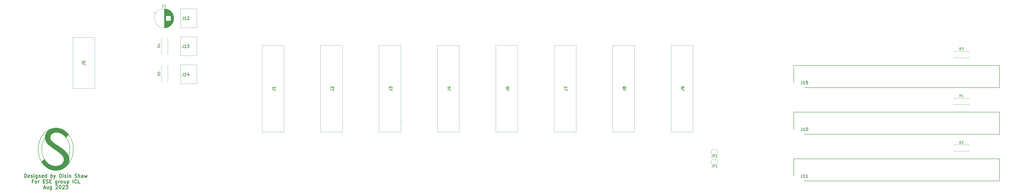
<source format=gbr>
%TF.GenerationSoftware,KiCad,Pcbnew,(6.0.7)*%
%TF.CreationDate,2023-09-04T09:41:36+01:00*%
%TF.ProjectId,CCC_rig_backplane,4343435f-7269-4675-9f62-61636b706c61,rev?*%
%TF.SameCoordinates,Original*%
%TF.FileFunction,Legend,Top*%
%TF.FilePolarity,Positive*%
%FSLAX46Y46*%
G04 Gerber Fmt 4.6, Leading zero omitted, Abs format (unit mm)*
G04 Created by KiCad (PCBNEW (6.0.7)) date 2023-09-04 09:41:36*
%MOMM*%
%LPD*%
G01*
G04 APERTURE LIST*
%ADD10C,0.300000*%
%ADD11C,0.150641*%
%ADD12C,0.254000*%
%ADD13C,0.150000*%
%ADD14C,0.100000*%
%ADD15C,0.200000*%
%ADD16C,0.120000*%
G04 APERTURE END LIST*
D10*
X14167458Y-87916493D02*
X14167458Y-86416493D01*
X14524601Y-86416493D01*
X14738887Y-86487922D01*
X14881744Y-86630779D01*
X14953172Y-86773636D01*
X15024601Y-87059350D01*
X15024601Y-87273636D01*
X14953172Y-87559350D01*
X14881744Y-87702207D01*
X14738887Y-87845064D01*
X14524601Y-87916493D01*
X14167458Y-87916493D01*
X16238887Y-87845064D02*
X16096030Y-87916493D01*
X15810315Y-87916493D01*
X15667458Y-87845064D01*
X15596030Y-87702207D01*
X15596030Y-87130779D01*
X15667458Y-86987922D01*
X15810315Y-86916493D01*
X16096030Y-86916493D01*
X16238887Y-86987922D01*
X16310315Y-87130779D01*
X16310315Y-87273636D01*
X15596030Y-87416493D01*
X16881744Y-87845064D02*
X17024601Y-87916493D01*
X17310315Y-87916493D01*
X17453172Y-87845064D01*
X17524601Y-87702207D01*
X17524601Y-87630779D01*
X17453172Y-87487922D01*
X17310315Y-87416493D01*
X17096030Y-87416493D01*
X16953172Y-87345064D01*
X16881744Y-87202207D01*
X16881744Y-87130779D01*
X16953172Y-86987922D01*
X17096030Y-86916493D01*
X17310315Y-86916493D01*
X17453172Y-86987922D01*
X18167458Y-87916493D02*
X18167458Y-86916493D01*
X18167458Y-86416493D02*
X18096030Y-86487922D01*
X18167458Y-86559350D01*
X18238887Y-86487922D01*
X18167458Y-86416493D01*
X18167458Y-86559350D01*
X19524601Y-86916493D02*
X19524601Y-88130779D01*
X19453173Y-88273636D01*
X19381744Y-88345064D01*
X19238887Y-88416493D01*
X19024601Y-88416493D01*
X18881744Y-88345064D01*
X19524601Y-87845064D02*
X19381744Y-87916493D01*
X19096030Y-87916493D01*
X18953172Y-87845064D01*
X18881744Y-87773636D01*
X18810315Y-87630779D01*
X18810315Y-87202207D01*
X18881744Y-87059350D01*
X18953172Y-86987922D01*
X19096030Y-86916493D01*
X19381744Y-86916493D01*
X19524601Y-86987922D01*
X20238887Y-86916493D02*
X20238887Y-87916493D01*
X20238887Y-87059350D02*
X20310315Y-86987922D01*
X20453173Y-86916493D01*
X20667458Y-86916493D01*
X20810315Y-86987922D01*
X20881744Y-87130779D01*
X20881744Y-87916493D01*
X22167458Y-87845064D02*
X22024601Y-87916493D01*
X21738887Y-87916493D01*
X21596030Y-87845064D01*
X21524601Y-87702207D01*
X21524601Y-87130779D01*
X21596030Y-86987922D01*
X21738887Y-86916493D01*
X22024601Y-86916493D01*
X22167458Y-86987922D01*
X22238887Y-87130779D01*
X22238887Y-87273636D01*
X21524601Y-87416493D01*
X23524601Y-87916493D02*
X23524601Y-86416493D01*
X23524601Y-87845064D02*
X23381744Y-87916493D01*
X23096030Y-87916493D01*
X22953173Y-87845064D01*
X22881744Y-87773636D01*
X22810315Y-87630779D01*
X22810315Y-87202207D01*
X22881744Y-87059350D01*
X22953173Y-86987922D01*
X23096030Y-86916493D01*
X23381744Y-86916493D01*
X23524601Y-86987922D01*
X25381744Y-87916493D02*
X25381744Y-86416493D01*
X25381744Y-86987922D02*
X25524601Y-86916493D01*
X25810315Y-86916493D01*
X25953172Y-86987922D01*
X26024601Y-87059350D01*
X26096030Y-87202207D01*
X26096030Y-87630779D01*
X26024601Y-87773636D01*
X25953172Y-87845064D01*
X25810315Y-87916493D01*
X25524601Y-87916493D01*
X25381744Y-87845064D01*
X26596030Y-86916493D02*
X26953172Y-87916493D01*
X27310315Y-86916493D02*
X26953172Y-87916493D01*
X26810315Y-88273636D01*
X26738887Y-88345064D01*
X26596030Y-88416493D01*
X29310315Y-86416493D02*
X29596030Y-86416493D01*
X29738887Y-86487922D01*
X29881744Y-86630779D01*
X29953172Y-86916493D01*
X29953172Y-87416493D01*
X29881744Y-87702207D01*
X29738887Y-87845064D01*
X29596030Y-87916493D01*
X29310315Y-87916493D01*
X29167458Y-87845064D01*
X29024601Y-87702207D01*
X28953172Y-87416493D01*
X28953172Y-86916493D01*
X29024601Y-86630779D01*
X29167458Y-86487922D01*
X29310315Y-86416493D01*
X30596030Y-87916493D02*
X30596030Y-86916493D01*
X30596030Y-86416493D02*
X30524601Y-86487922D01*
X30596030Y-86559350D01*
X30667458Y-86487922D01*
X30596030Y-86416493D01*
X30596030Y-86559350D01*
X31238887Y-87845064D02*
X31381744Y-87916493D01*
X31667458Y-87916493D01*
X31810315Y-87845064D01*
X31881744Y-87702207D01*
X31881744Y-87630779D01*
X31810315Y-87487922D01*
X31667458Y-87416493D01*
X31453172Y-87416493D01*
X31310315Y-87345064D01*
X31238887Y-87202207D01*
X31238887Y-87130779D01*
X31310315Y-86987922D01*
X31453172Y-86916493D01*
X31667458Y-86916493D01*
X31810315Y-86987922D01*
X32524601Y-87916493D02*
X32524601Y-86916493D01*
X32524601Y-86416493D02*
X32453172Y-86487922D01*
X32524601Y-86559350D01*
X32596030Y-86487922D01*
X32524601Y-86416493D01*
X32524601Y-86559350D01*
X33238887Y-86916493D02*
X33238887Y-87916493D01*
X33238887Y-87059350D02*
X33310315Y-86987922D01*
X33453172Y-86916493D01*
X33667458Y-86916493D01*
X33810315Y-86987922D01*
X33881744Y-87130779D01*
X33881744Y-87916493D01*
X35667458Y-87845064D02*
X35881744Y-87916493D01*
X36238887Y-87916493D01*
X36381744Y-87845064D01*
X36453172Y-87773636D01*
X36524601Y-87630779D01*
X36524601Y-87487922D01*
X36453172Y-87345064D01*
X36381744Y-87273636D01*
X36238887Y-87202207D01*
X35953172Y-87130779D01*
X35810315Y-87059350D01*
X35738887Y-86987922D01*
X35667458Y-86845064D01*
X35667458Y-86702207D01*
X35738887Y-86559350D01*
X35810315Y-86487922D01*
X35953172Y-86416493D01*
X36310315Y-86416493D01*
X36524601Y-86487922D01*
X37167458Y-87916493D02*
X37167458Y-86416493D01*
X37810315Y-87916493D02*
X37810315Y-87130779D01*
X37738887Y-86987922D01*
X37596030Y-86916493D01*
X37381744Y-86916493D01*
X37238887Y-86987922D01*
X37167458Y-87059350D01*
X39167458Y-87916493D02*
X39167458Y-87130779D01*
X39096030Y-86987922D01*
X38953172Y-86916493D01*
X38667458Y-86916493D01*
X38524601Y-86987922D01*
X39167458Y-87845064D02*
X39024601Y-87916493D01*
X38667458Y-87916493D01*
X38524601Y-87845064D01*
X38453172Y-87702207D01*
X38453172Y-87559350D01*
X38524601Y-87416493D01*
X38667458Y-87345064D01*
X39024601Y-87345064D01*
X39167458Y-87273636D01*
X39738887Y-86916493D02*
X40024601Y-87916493D01*
X40310315Y-87202207D01*
X40596030Y-87916493D01*
X40881744Y-86916493D01*
X17846030Y-89545779D02*
X17346030Y-89545779D01*
X17346030Y-90331493D02*
X17346030Y-88831493D01*
X18060315Y-88831493D01*
X18846030Y-90331493D02*
X18703172Y-90260064D01*
X18631744Y-90188636D01*
X18560315Y-90045779D01*
X18560315Y-89617207D01*
X18631744Y-89474350D01*
X18703172Y-89402922D01*
X18846030Y-89331493D01*
X19060315Y-89331493D01*
X19203173Y-89402922D01*
X19274601Y-89474350D01*
X19346030Y-89617207D01*
X19346030Y-90045779D01*
X19274601Y-90188636D01*
X19203173Y-90260064D01*
X19060315Y-90331493D01*
X18846030Y-90331493D01*
X19988887Y-90331493D02*
X19988887Y-89331493D01*
X19988887Y-89617207D02*
X20060315Y-89474350D01*
X20131744Y-89402922D01*
X20274601Y-89331493D01*
X20417458Y-89331493D01*
X22060315Y-89545779D02*
X22560315Y-89545779D01*
X22774601Y-90331493D02*
X22060315Y-90331493D01*
X22060315Y-88831493D01*
X22774601Y-88831493D01*
X23346030Y-90260064D02*
X23560315Y-90331493D01*
X23917458Y-90331493D01*
X24060315Y-90260064D01*
X24131744Y-90188636D01*
X24203173Y-90045779D01*
X24203173Y-89902922D01*
X24131744Y-89760064D01*
X24060315Y-89688636D01*
X23917458Y-89617207D01*
X23631744Y-89545779D01*
X23488887Y-89474350D01*
X23417458Y-89402922D01*
X23346030Y-89260064D01*
X23346030Y-89117207D01*
X23417458Y-88974350D01*
X23488887Y-88902922D01*
X23631744Y-88831493D01*
X23988887Y-88831493D01*
X24203173Y-88902922D01*
X24846030Y-89545779D02*
X25346030Y-89545779D01*
X25560315Y-90331493D02*
X24846030Y-90331493D01*
X24846030Y-88831493D01*
X25560315Y-88831493D01*
X27988887Y-89331493D02*
X27988887Y-90545779D01*
X27917458Y-90688636D01*
X27846030Y-90760064D01*
X27703173Y-90831493D01*
X27488887Y-90831493D01*
X27346030Y-90760064D01*
X27988887Y-90260064D02*
X27846030Y-90331493D01*
X27560315Y-90331493D01*
X27417458Y-90260064D01*
X27346030Y-90188636D01*
X27274601Y-90045779D01*
X27274601Y-89617207D01*
X27346030Y-89474350D01*
X27417458Y-89402922D01*
X27560315Y-89331493D01*
X27846030Y-89331493D01*
X27988887Y-89402922D01*
X28703172Y-90331493D02*
X28703172Y-89331493D01*
X28703172Y-89617207D02*
X28774601Y-89474350D01*
X28846030Y-89402922D01*
X28988887Y-89331493D01*
X29131744Y-89331493D01*
X29846030Y-90331493D02*
X29703173Y-90260064D01*
X29631744Y-90188636D01*
X29560315Y-90045779D01*
X29560315Y-89617207D01*
X29631744Y-89474350D01*
X29703173Y-89402922D01*
X29846030Y-89331493D01*
X30060315Y-89331493D01*
X30203173Y-89402922D01*
X30274601Y-89474350D01*
X30346030Y-89617207D01*
X30346030Y-90045779D01*
X30274601Y-90188636D01*
X30203173Y-90260064D01*
X30060315Y-90331493D01*
X29846030Y-90331493D01*
X31631744Y-89331493D02*
X31631744Y-90331493D01*
X30988887Y-89331493D02*
X30988887Y-90117207D01*
X31060315Y-90260064D01*
X31203172Y-90331493D01*
X31417458Y-90331493D01*
X31560315Y-90260064D01*
X31631744Y-90188636D01*
X32346030Y-89331493D02*
X32346030Y-90831493D01*
X32346030Y-89402922D02*
X32488887Y-89331493D01*
X32774601Y-89331493D01*
X32917458Y-89402922D01*
X32988887Y-89474350D01*
X33060315Y-89617207D01*
X33060315Y-90045779D01*
X32988887Y-90188636D01*
X32917458Y-90260064D01*
X32774601Y-90331493D01*
X32488887Y-90331493D01*
X32346030Y-90260064D01*
X34846030Y-90331493D02*
X34846030Y-88831493D01*
X36417458Y-90188636D02*
X36346030Y-90260064D01*
X36131744Y-90331493D01*
X35988887Y-90331493D01*
X35774601Y-90260064D01*
X35631744Y-90117207D01*
X35560315Y-89974350D01*
X35488887Y-89688636D01*
X35488887Y-89474350D01*
X35560315Y-89188636D01*
X35631744Y-89045779D01*
X35774601Y-88902922D01*
X35988887Y-88831493D01*
X36131744Y-88831493D01*
X36346030Y-88902922D01*
X36417458Y-88974350D01*
X37774601Y-90331493D02*
X37060315Y-90331493D01*
X37060315Y-88831493D01*
X22310315Y-92317922D02*
X23024601Y-92317922D01*
X22167458Y-92746493D02*
X22667458Y-91246493D01*
X23167458Y-92746493D01*
X24310315Y-91746493D02*
X24310315Y-92746493D01*
X23667458Y-91746493D02*
X23667458Y-92532207D01*
X23738887Y-92675064D01*
X23881744Y-92746493D01*
X24096030Y-92746493D01*
X24238887Y-92675064D01*
X24310315Y-92603636D01*
X25667458Y-91746493D02*
X25667458Y-92960779D01*
X25596030Y-93103636D01*
X25524601Y-93175064D01*
X25381744Y-93246493D01*
X25167458Y-93246493D01*
X25024601Y-93175064D01*
X25667458Y-92675064D02*
X25524601Y-92746493D01*
X25238887Y-92746493D01*
X25096030Y-92675064D01*
X25024601Y-92603636D01*
X24953173Y-92460779D01*
X24953173Y-92032207D01*
X25024601Y-91889350D01*
X25096030Y-91817922D01*
X25238887Y-91746493D01*
X25524601Y-91746493D01*
X25667458Y-91817922D01*
X27453173Y-91389350D02*
X27524601Y-91317922D01*
X27667458Y-91246493D01*
X28024601Y-91246493D01*
X28167458Y-91317922D01*
X28238887Y-91389350D01*
X28310315Y-91532207D01*
X28310315Y-91675064D01*
X28238887Y-91889350D01*
X27381744Y-92746493D01*
X28310315Y-92746493D01*
X29238887Y-91246493D02*
X29381744Y-91246493D01*
X29524601Y-91317922D01*
X29596030Y-91389350D01*
X29667458Y-91532207D01*
X29738887Y-91817922D01*
X29738887Y-92175064D01*
X29667458Y-92460779D01*
X29596030Y-92603636D01*
X29524601Y-92675064D01*
X29381744Y-92746493D01*
X29238887Y-92746493D01*
X29096030Y-92675064D01*
X29024601Y-92603636D01*
X28953173Y-92460779D01*
X28881744Y-92175064D01*
X28881744Y-91817922D01*
X28953173Y-91532207D01*
X29024601Y-91389350D01*
X29096030Y-91317922D01*
X29238887Y-91246493D01*
X30310315Y-91389350D02*
X30381744Y-91317922D01*
X30524601Y-91246493D01*
X30881744Y-91246493D01*
X31024601Y-91317922D01*
X31096030Y-91389350D01*
X31167458Y-91532207D01*
X31167458Y-91675064D01*
X31096030Y-91889350D01*
X30238887Y-92746493D01*
X31167458Y-92746493D01*
X31667458Y-91246493D02*
X32596030Y-91246493D01*
X32096030Y-91817922D01*
X32310315Y-91817922D01*
X32453173Y-91889350D01*
X32524601Y-91960779D01*
X32596030Y-92103636D01*
X32596030Y-92460779D01*
X32524601Y-92603636D01*
X32453173Y-92675064D01*
X32310315Y-92746493D01*
X31881744Y-92746493D01*
X31738887Y-92675064D01*
X31667458Y-92603636D01*
D11*
X33283351Y-70043685D02*
X33513083Y-70391797D01*
X21070197Y-71014220D02*
X21203235Y-70761473D01*
X22291211Y-69193535D02*
X22469023Y-68998300D01*
X34916999Y-76692891D02*
X34874456Y-77140874D01*
X32498023Y-82470470D02*
X32215726Y-82767351D01*
X25241983Y-84406950D02*
X24896419Y-84274457D01*
X28153085Y-66818723D02*
X28536652Y-66869455D01*
X33036601Y-69704947D02*
X33283351Y-70043685D01*
X20051744Y-74343642D02*
X20094174Y-74050493D01*
X33368009Y-74297094D02*
X33327697Y-74062410D01*
X22422212Y-79898555D02*
X22593329Y-80187883D01*
X32132355Y-71120588D02*
X32006466Y-70942368D01*
X29770625Y-82564426D02*
X29952975Y-82470016D01*
X20499868Y-79281956D02*
X20372239Y-78883113D01*
X25669973Y-67007772D02*
X25905000Y-66946849D01*
X20942755Y-71274156D02*
X21070197Y-71014220D01*
X34534114Y-78843624D02*
X34406486Y-79247016D01*
X27429060Y-83108228D02*
X27635006Y-83104451D01*
X30133358Y-82368052D02*
X30311775Y-82258535D01*
X34942524Y-75300216D02*
X34951033Y-75770173D01*
X21635045Y-73886151D02*
X21588533Y-74121334D01*
X34942524Y-76235991D02*
X34916999Y-76692891D01*
X29988479Y-67275305D02*
X30330827Y-67427499D01*
X27635006Y-83104451D02*
X27838985Y-83093122D01*
X21180557Y-80791791D02*
X20984859Y-80427163D01*
X32955578Y-78855354D02*
X33033103Y-78635504D01*
X29369773Y-68842139D02*
X29181827Y-68768658D01*
X28829385Y-82923185D02*
X29021566Y-82866539D01*
X33169547Y-73376924D02*
X33104426Y-73154616D01*
X31155598Y-81613677D02*
X31310151Y-81467853D01*
X22666053Y-71317101D02*
X22549879Y-71507968D01*
X22133513Y-82164765D02*
X22133513Y-82164765D01*
X30691931Y-83944635D02*
X30364710Y-84118668D01*
X34951033Y-75770173D02*
X34942524Y-76235991D01*
X29586310Y-82651284D02*
X29770625Y-82564426D01*
X30330827Y-67427499D02*
X30664930Y-67599985D01*
X34951033Y-75770173D02*
X34951033Y-75770173D01*
X30990790Y-67792764D02*
X31308406Y-68005836D01*
X30030001Y-84272227D02*
X29687804Y-84405311D01*
X30664930Y-67599985D02*
X30990790Y-67792764D01*
X22230398Y-72112784D02*
X22230398Y-72112784D01*
X32685789Y-79497434D02*
X32685789Y-79497434D01*
X28635238Y-82972278D02*
X28829385Y-82923185D01*
X33451735Y-76525813D02*
X33467239Y-76276843D01*
X25892216Y-68702921D02*
X25705896Y-68768666D01*
X27085525Y-84763661D02*
X26701387Y-84733086D01*
X19990028Y-74938402D02*
X20017029Y-74639612D01*
X24867628Y-82444855D02*
X25129845Y-82584081D01*
X22332052Y-71905810D02*
X22230398Y-72112784D01*
X32368931Y-71492588D02*
X32253176Y-71303994D01*
X34814896Y-77579938D02*
X34738319Y-78010084D01*
X21635930Y-70046366D02*
X21791355Y-69822375D01*
X33402120Y-77015017D02*
X33430028Y-76771871D01*
X33725799Y-80771409D02*
X33513083Y-81130212D01*
X19989348Y-76760588D02*
X19963822Y-76310421D01*
X22134274Y-72323946D02*
X22044352Y-72538109D01*
X30831743Y-81888673D02*
X30996128Y-81753951D01*
X34874456Y-74388419D02*
X34916999Y-74839631D01*
X32772833Y-69375581D02*
X32772833Y-69375581D01*
X30364710Y-84118668D02*
X30030001Y-84272227D01*
X22787067Y-71131602D02*
X22666053Y-71317101D01*
X33283351Y-81480098D02*
X33036601Y-81821065D01*
X30488226Y-82141465D02*
X30662442Y-82017845D01*
X21588533Y-74121334D02*
X21548222Y-74359521D01*
X26079822Y-68644910D02*
X25892216Y-68702921D01*
X21623001Y-81495386D02*
X21393271Y-81147865D01*
X23874728Y-81724153D02*
X24114558Y-81928898D01*
X33451735Y-75019708D02*
X33430028Y-74775743D01*
X32134241Y-80476341D02*
X32254383Y-80291662D01*
X27429060Y-68455401D02*
X27429060Y-68455401D01*
X21203235Y-70761473D02*
X21341870Y-70515915D01*
X22593329Y-80187883D02*
X22778135Y-80469840D01*
X31598395Y-70438831D02*
X31452236Y-70281359D01*
X25520862Y-68842147D02*
X25337114Y-68923362D01*
X29279053Y-67031795D02*
X29637888Y-67143404D01*
X21464498Y-75092098D02*
X21448994Y-75342296D01*
X32781921Y-79286319D02*
X32871851Y-79072293D01*
X20091452Y-77635260D02*
X20031891Y-77202201D01*
X26524879Y-83034520D02*
X26820676Y-83075469D01*
X26324964Y-84682127D02*
X25956256Y-84610785D01*
X22409642Y-82480710D02*
X22133513Y-82164765D01*
X22976632Y-80744426D02*
X23188818Y-81011642D01*
X29338119Y-84517921D02*
X28980947Y-84610056D01*
X33228466Y-73602325D02*
X33169547Y-73376924D01*
X27761274Y-66788284D02*
X28153085Y-66818723D01*
X21439691Y-75595497D02*
X21436590Y-75851701D01*
X31918908Y-68492856D02*
X32211793Y-68766805D01*
X29211780Y-82802340D02*
X29400028Y-82730589D01*
X30468863Y-69445453D02*
X30289084Y-69325563D01*
X24896419Y-84274457D02*
X24558570Y-84121581D01*
X33476542Y-76024961D02*
X33479643Y-75770167D01*
X20017029Y-74639612D02*
X20051744Y-74343642D01*
X27828093Y-68470871D02*
X27629257Y-68459269D01*
X31739486Y-70601490D02*
X31598395Y-70438831D01*
X29021566Y-82866539D02*
X29211780Y-82802340D01*
X23464740Y-70284640D02*
X23319525Y-70443295D01*
X32685789Y-72089490D02*
X32585237Y-71885336D01*
D10*
G36*
X21481659Y-81280821D02*
G01*
X21481657Y-81280824D01*
X21481657Y-81280818D01*
X21481659Y-81280821D01*
G37*
X21481659Y-81280821D02*
X21481657Y-81280824D01*
X21481657Y-81280818D01*
X21481659Y-81280821D01*
D11*
X34261840Y-71877972D02*
X34406486Y-72272948D01*
X24978050Y-67246778D02*
X25206498Y-67157736D01*
X23236238Y-68289246D02*
X23442033Y-68129954D01*
X33479643Y-75770167D02*
X33476542Y-75516921D01*
X20094174Y-74050493D02*
X20144318Y-73760165D01*
X24558570Y-84121581D02*
X24228436Y-83948322D01*
X31308406Y-68005836D02*
X31617779Y-68239200D01*
X23442033Y-68129954D02*
X23653425Y-67977851D01*
X26142221Y-66895298D02*
X26381634Y-66853121D01*
X24305867Y-67570138D02*
X24527735Y-67452978D01*
X26820676Y-83075469D02*
X27122070Y-83100038D01*
X20202176Y-73472658D02*
X20267749Y-73187972D01*
X23640495Y-81503029D02*
X23874728Y-81724153D01*
X26458890Y-68552092D02*
X26268713Y-68594634D01*
X25206498Y-67157736D02*
X25437139Y-67078068D01*
X30645427Y-69571803D02*
X30468863Y-69445453D01*
X32585312Y-79704317D02*
X32685789Y-79497434D01*
X24611008Y-82289249D02*
X24867628Y-82444855D01*
X22841437Y-68629395D02*
X23036039Y-68455726D01*
X21514112Y-74600710D02*
X21486204Y-74844902D01*
X20267749Y-73187972D02*
X20341036Y-72906107D01*
X25705896Y-68768666D02*
X25520862Y-68842147D01*
X27864502Y-84763615D02*
X27477377Y-84773852D01*
X34814896Y-73946579D02*
X34874456Y-74388419D01*
X26268713Y-68594634D02*
X26079822Y-68644910D01*
X28616286Y-84681717D02*
X28244138Y-84732903D01*
X24614983Y-69325570D02*
X24437666Y-69445458D01*
X27113034Y-66782825D02*
X27361219Y-66778138D01*
X33479643Y-75770167D02*
X33479643Y-75770167D01*
X21960630Y-72755276D02*
X21883110Y-72975445D01*
X32685789Y-72089490D02*
X32685789Y-72089490D01*
X33033103Y-78635504D02*
X33104426Y-78412741D01*
X25129845Y-82584081D02*
X25397658Y-82706928D01*
X20372239Y-78883113D02*
X20261626Y-78475715D01*
X27361219Y-66778138D02*
X27361219Y-66778138D01*
X28992520Y-68702913D02*
X28801852Y-68644902D01*
X23188818Y-81011642D02*
X23188818Y-81011642D01*
X25595262Y-84519059D02*
X25241983Y-84406950D01*
X34100177Y-71492369D02*
X34261840Y-71877972D01*
X31301009Y-70129074D02*
X31144715Y-69981976D01*
X23043616Y-70776711D02*
X22912922Y-70951472D01*
X29952975Y-82470016D02*
X30133358Y-82368052D01*
X28241044Y-83047806D02*
X28439124Y-83013819D01*
X21486204Y-74844902D02*
X21464498Y-75092098D01*
X30816924Y-69703341D02*
X30645427Y-69571803D01*
X27629257Y-68459269D02*
X27429060Y-68455401D01*
X24114558Y-81928898D02*
X24359985Y-82117263D01*
X22778135Y-80469840D02*
X22976632Y-80744426D01*
X33476542Y-75516921D02*
X33467239Y-75266768D01*
X23906016Y-83754679D02*
X23591311Y-83540652D01*
X20984859Y-80427163D02*
X20806179Y-80053981D01*
X21952377Y-69605573D02*
X22118996Y-69395960D01*
X22118996Y-69395960D02*
X22291211Y-69193535D01*
X24751796Y-67345192D02*
X24978050Y-67246778D01*
X26867041Y-66796884D02*
X27113034Y-66782825D01*
X22438545Y-71704205D02*
X22332052Y-71905810D01*
X21498191Y-76962920D02*
X21546102Y-77318585D01*
X33725799Y-70749281D02*
X33921496Y-71116139D01*
X29637888Y-67143404D02*
X29988479Y-67275305D01*
X33036601Y-81821065D02*
X32772833Y-82153115D01*
X32215726Y-82767351D02*
X31925942Y-83043756D01*
X20341036Y-72906107D02*
X20422037Y-72627063D01*
X29181827Y-68768658D02*
X28992520Y-68702913D01*
X32871851Y-72506258D02*
X32781921Y-72296327D01*
X21486102Y-70277546D02*
X21635930Y-70046366D01*
X26623241Y-66820316D02*
X26867041Y-66796884D01*
X27361219Y-66778138D02*
X27761274Y-66788284D01*
X34100177Y-80027048D02*
X33921496Y-80403687D01*
X28801852Y-68644902D02*
X28609823Y-68594626D01*
X33228466Y-77958481D02*
X33281182Y-77726983D01*
X19955313Y-75851701D02*
X19955313Y-75851701D01*
X25337114Y-68923362D02*
X25154652Y-69012312D01*
X29687804Y-84405311D02*
X29338119Y-84517921D01*
X21771973Y-78341355D02*
X21874642Y-78667536D01*
X22652432Y-68810253D02*
X22841437Y-68629395D01*
X30107943Y-69213408D02*
X29925442Y-69108989D01*
X19963822Y-76310421D02*
X19955313Y-75851701D01*
X28025568Y-68490208D02*
X27828093Y-68470871D01*
X20510752Y-72350840D02*
X20607182Y-72077437D01*
X20823183Y-71539095D02*
X20942755Y-71274156D01*
X27232455Y-68459275D02*
X27037136Y-68470877D01*
X21791355Y-69822375D02*
X21952377Y-69605573D01*
X21448994Y-75342296D02*
X21439691Y-75595497D01*
X20644515Y-79672245D02*
X20499868Y-79281956D01*
X21687759Y-73653970D02*
X21635045Y-73886151D01*
X34261840Y-79641491D02*
X34100177Y-80027048D01*
X31310151Y-81467853D02*
X31459789Y-81316478D01*
X33104426Y-73154616D02*
X33033103Y-72935403D01*
X34534114Y-72677297D02*
X34644725Y-73091018D01*
X33402120Y-74534872D02*
X33368009Y-74297094D01*
X21869749Y-81834352D02*
X21623001Y-81495386D01*
X24437666Y-69445458D02*
X24437666Y-69445458D01*
X22693487Y-82776271D02*
X22409642Y-82480710D01*
X21443435Y-76229478D02*
X21463968Y-76599885D01*
X33513083Y-81130212D02*
X33283351Y-81480098D01*
X33430028Y-76771871D02*
X33451735Y-76525813D01*
X28221681Y-68517279D02*
X28025568Y-68490208D01*
X23591311Y-83540652D02*
X23284322Y-83306242D01*
X28609823Y-68594626D02*
X28416433Y-68552085D01*
X32772833Y-82153115D02*
X32772833Y-82153115D01*
X33281182Y-77726983D02*
X33327697Y-77492573D01*
X31879209Y-80829049D02*
X32009183Y-80655471D01*
X24086193Y-67696669D02*
X24305867Y-67570138D01*
X33327697Y-77492573D02*
X33368009Y-77255251D01*
X30983354Y-69840065D02*
X30816924Y-69703341D01*
X25905000Y-66946849D02*
X26142221Y-66895298D01*
X20261626Y-78475715D02*
X20168031Y-78059764D01*
X27429060Y-68455407D02*
X27232455Y-68459275D01*
X24793586Y-69213416D02*
X24614983Y-69325570D01*
X27361219Y-66778138D02*
X27361219Y-66778138D01*
X24359985Y-82117263D02*
X24611008Y-82289249D01*
X32009183Y-80655471D02*
X32134241Y-80476341D01*
X21436590Y-75851701D02*
X21436590Y-75851701D01*
X25950075Y-82903483D02*
X26234679Y-82977191D01*
X29400028Y-82730589D02*
X29586310Y-82651284D01*
X19955313Y-75851701D02*
X19959170Y-75544447D01*
X22121048Y-79297787D02*
X22264785Y-79601856D01*
X28244138Y-84732903D02*
X27864502Y-84763615D01*
X21463968Y-76599885D02*
X21498191Y-76962920D01*
X21682993Y-78007802D02*
X21771973Y-78341355D01*
X23653425Y-67977851D02*
X23653425Y-67977851D01*
D10*
G36*
X27710127Y-66784844D02*
G01*
X28039096Y-66807635D01*
X28203564Y-66824282D01*
X28367831Y-66844543D01*
X28531755Y-66868503D01*
X28695193Y-66896246D01*
X28858003Y-66927858D01*
X29020043Y-66963424D01*
X29181171Y-67003027D01*
X29341243Y-67046753D01*
X29500117Y-67094687D01*
X29657652Y-67146914D01*
X29813704Y-67203517D01*
X29968132Y-67264583D01*
X30120793Y-67330195D01*
X30271544Y-67400439D01*
X30425281Y-67475652D01*
X30581379Y-67556690D01*
X30739583Y-67643907D01*
X30899643Y-67737660D01*
X31061304Y-67838305D01*
X31224316Y-67946198D01*
X31388425Y-68061694D01*
X31553379Y-68185150D01*
X31718926Y-68316921D01*
X31884814Y-68457364D01*
X32050789Y-68606834D01*
X32216600Y-68765687D01*
X32381994Y-68934279D01*
X32546719Y-69112967D01*
X32710523Y-69302105D01*
X32873152Y-69502050D01*
X31771933Y-70643821D01*
X31634655Y-70482678D01*
X31493576Y-70327745D01*
X31349306Y-70179151D01*
X31202454Y-70037027D01*
X31053629Y-69901503D01*
X30903440Y-69772708D01*
X30752495Y-69650774D01*
X30601405Y-69535830D01*
X30450778Y-69428007D01*
X30301224Y-69327434D01*
X30153350Y-69234243D01*
X30007768Y-69148562D01*
X29865085Y-69070523D01*
X29725910Y-69000255D01*
X29590853Y-68937888D01*
X29460524Y-68883554D01*
X29363066Y-68837972D01*
X29263555Y-68795809D01*
X29162133Y-68756933D01*
X29058942Y-68721214D01*
X28954125Y-68688524D01*
X28847823Y-68658731D01*
X28740179Y-68631707D01*
X28631336Y-68607320D01*
X28521436Y-68585441D01*
X28410620Y-68565940D01*
X28186813Y-68533552D01*
X27961054Y-68509116D01*
X27734480Y-68491593D01*
X27588352Y-68486527D01*
X27444162Y-68489765D01*
X27302104Y-68500907D01*
X27162372Y-68519551D01*
X27025160Y-68545296D01*
X26890662Y-68577740D01*
X26759071Y-68616484D01*
X26630583Y-68661124D01*
X26505390Y-68711261D01*
X26383688Y-68766493D01*
X26265669Y-68826418D01*
X26151528Y-68890636D01*
X26041459Y-68958746D01*
X25935656Y-69030345D01*
X25834313Y-69105034D01*
X25737623Y-69182410D01*
X25647891Y-69262113D01*
X25563982Y-69344050D01*
X25485891Y-69428227D01*
X25413614Y-69514649D01*
X25347146Y-69603322D01*
X25286483Y-69694252D01*
X25231619Y-69787445D01*
X25182551Y-69882906D01*
X25139272Y-69980641D01*
X25101780Y-70080656D01*
X25070068Y-70182956D01*
X25044133Y-70287547D01*
X25023969Y-70394435D01*
X25009572Y-70503625D01*
X25000937Y-70615124D01*
X24998060Y-70728936D01*
X24999094Y-70798655D01*
X25002196Y-70868101D01*
X25007366Y-70937275D01*
X25014604Y-71006175D01*
X25023910Y-71074802D01*
X25035284Y-71143157D01*
X25048726Y-71211239D01*
X25064236Y-71279047D01*
X25081814Y-71346583D01*
X25101459Y-71413846D01*
X25123173Y-71480837D01*
X25146955Y-71547554D01*
X25172805Y-71613999D01*
X25200723Y-71680171D01*
X25230708Y-71746070D01*
X25262762Y-71811696D01*
X25297556Y-71877549D01*
X25335762Y-71944129D01*
X25377381Y-72011438D01*
X25422411Y-72079474D01*
X25470854Y-72148238D01*
X25522709Y-72217729D01*
X25577976Y-72287948D01*
X25636655Y-72358895D01*
X25698746Y-72430570D01*
X25764249Y-72502972D01*
X25833164Y-72576102D01*
X25905491Y-72649960D01*
X25981230Y-72724545D01*
X26060381Y-72799858D01*
X26142944Y-72875898D01*
X26228918Y-72952666D01*
X26352173Y-73050719D01*
X26530022Y-73181880D01*
X26762463Y-73346150D01*
X27049500Y-73543529D01*
X27391130Y-73774016D01*
X27787357Y-74037612D01*
X28238179Y-74334317D01*
X28743597Y-74664130D01*
X29350760Y-75068891D01*
X29908290Y-75462373D01*
X30416188Y-75844576D01*
X30874453Y-76215501D01*
X31084973Y-76396734D01*
X31283086Y-76575148D01*
X31468791Y-76750741D01*
X31642089Y-76923515D01*
X31802979Y-77093470D01*
X31951461Y-77260604D01*
X32087535Y-77424919D01*
X32211203Y-77586413D01*
X32324991Y-77746544D01*
X32431439Y-77906765D01*
X32530545Y-78067078D01*
X32622310Y-78227482D01*
X32706734Y-78387976D01*
X32783817Y-78548562D01*
X32853558Y-78709239D01*
X32915958Y-78870006D01*
X32971018Y-79030865D01*
X33018735Y-79191815D01*
X33059112Y-79352855D01*
X33092147Y-79513987D01*
X33117842Y-79675210D01*
X33136195Y-79836523D01*
X33147206Y-79997928D01*
X33150877Y-80159423D01*
X33144570Y-80390365D01*
X33125648Y-80617487D01*
X33094112Y-80840788D01*
X33049961Y-81060269D01*
X32993196Y-81275930D01*
X32923816Y-81487770D01*
X32841822Y-81695790D01*
X32747212Y-81899990D01*
X32639989Y-82100370D01*
X32520150Y-82296929D01*
X32387697Y-82489668D01*
X32242629Y-82678588D01*
X32084946Y-82863687D01*
X31914648Y-83044966D01*
X31731735Y-83222425D01*
X31536207Y-83396064D01*
X31320308Y-83548012D01*
X31103961Y-83692271D01*
X30886460Y-83828601D01*
X30667095Y-83956762D01*
X30445160Y-84076512D01*
X30219947Y-84187611D01*
X29990749Y-84289819D01*
X29756857Y-84382895D01*
X29517564Y-84466598D01*
X29272163Y-84540689D01*
X29019946Y-84604925D01*
X28760205Y-84659067D01*
X28492232Y-84702875D01*
X28215320Y-84736106D01*
X27928762Y-84758522D01*
X27631849Y-84769881D01*
X27401424Y-84771054D01*
X27175243Y-84765758D01*
X26953155Y-84754046D01*
X26735010Y-84735972D01*
X26520657Y-84711588D01*
X26309947Y-84680947D01*
X26102728Y-84644103D01*
X25898851Y-84601109D01*
X25698164Y-84552017D01*
X25500518Y-84496880D01*
X25305763Y-84435752D01*
X25113748Y-84368685D01*
X24924322Y-84295733D01*
X24737335Y-84216949D01*
X24552637Y-84132385D01*
X24370077Y-84042094D01*
X24188067Y-83933315D01*
X24003136Y-83816480D01*
X23815951Y-83691492D01*
X23627181Y-83558254D01*
X23437494Y-83416671D01*
X23247560Y-83266645D01*
X23058047Y-83108080D01*
X22869622Y-82940880D01*
X22682956Y-82764948D01*
X22498715Y-82580187D01*
X22317569Y-82386502D01*
X22140186Y-82183794D01*
X21967235Y-81971969D01*
X21799384Y-81750929D01*
X21637302Y-81520577D01*
X21481659Y-81280821D01*
X22571295Y-80154365D01*
X22696709Y-80353023D01*
X22825736Y-80544075D01*
X22958188Y-80727593D01*
X23093879Y-80903653D01*
X23232620Y-81072327D01*
X23374225Y-81233691D01*
X23518505Y-81387817D01*
X23665273Y-81534779D01*
X23814341Y-81674652D01*
X23965523Y-81807510D01*
X24273475Y-82052473D01*
X24587629Y-82270261D01*
X24906485Y-82461465D01*
X25228542Y-82626675D01*
X25552300Y-82766483D01*
X25876260Y-82881481D01*
X26198920Y-82972258D01*
X26518782Y-83039407D01*
X26834344Y-83083519D01*
X27144107Y-83105184D01*
X27446570Y-83104995D01*
X27689465Y-83091951D01*
X27928687Y-83070176D01*
X28046916Y-83055752D01*
X28164223Y-83038830D01*
X28280606Y-83019306D01*
X28396063Y-82997074D01*
X28510593Y-82972030D01*
X28624195Y-82944068D01*
X28736867Y-82913083D01*
X28848607Y-82878972D01*
X28959416Y-82841627D01*
X29069290Y-82800945D01*
X29178228Y-82756821D01*
X29286230Y-82709149D01*
X29392165Y-82657167D01*
X29494893Y-82603093D01*
X29594416Y-82546927D01*
X29690733Y-82488669D01*
X29783845Y-82428318D01*
X29873751Y-82365876D01*
X29960451Y-82301342D01*
X30043946Y-82234715D01*
X30124236Y-82165997D01*
X30201320Y-82095186D01*
X30275198Y-82022284D01*
X30345871Y-81947289D01*
X30413339Y-81870202D01*
X30477601Y-81791024D01*
X30538658Y-81709753D01*
X30596510Y-81626390D01*
X30651001Y-81541662D01*
X30701978Y-81456298D01*
X30749438Y-81370297D01*
X30793384Y-81283660D01*
X30833814Y-81196386D01*
X30870728Y-81108475D01*
X30904127Y-81019928D01*
X30934011Y-80930744D01*
X30960378Y-80840923D01*
X30983231Y-80750466D01*
X31002567Y-80659372D01*
X31018388Y-80567641D01*
X31030693Y-80475273D01*
X31039483Y-80382269D01*
X31044757Y-80288628D01*
X31046515Y-80194350D01*
X31043929Y-80086793D01*
X31036174Y-79979508D01*
X31023249Y-79872497D01*
X31005153Y-79765758D01*
X30981887Y-79659292D01*
X30953452Y-79553099D01*
X30919846Y-79447179D01*
X30881070Y-79341532D01*
X30837125Y-79236157D01*
X30788009Y-79131056D01*
X30733723Y-79026227D01*
X30674268Y-78921671D01*
X30609643Y-78817388D01*
X30539848Y-78713377D01*
X30464883Y-78609640D01*
X30384749Y-78506175D01*
X30264704Y-78361735D01*
X30132871Y-78213657D01*
X29989250Y-78061941D01*
X29833841Y-77906586D01*
X29666644Y-77747592D01*
X29487659Y-77584960D01*
X29296887Y-77418690D01*
X29094327Y-77248781D01*
X28879980Y-77075234D01*
X28653845Y-76898049D01*
X28415922Y-76717225D01*
X28166213Y-76532762D01*
X27904716Y-76344662D01*
X27631433Y-76152922D01*
X27346363Y-75957545D01*
X27049505Y-75758529D01*
X26469436Y-75367956D01*
X25946856Y-75005399D01*
X25481766Y-74670857D01*
X25074166Y-74364329D01*
X24724057Y-74085817D01*
X24431439Y-73835321D01*
X24196311Y-73612839D01*
X24100307Y-73512104D01*
X24018675Y-73418372D01*
X23893665Y-73266245D01*
X23776721Y-73112572D01*
X23667843Y-72957352D01*
X23567029Y-72800587D01*
X23474281Y-72642275D01*
X23389598Y-72482416D01*
X23312980Y-72321012D01*
X23244428Y-72158061D01*
X23183940Y-71993564D01*
X23131518Y-71827521D01*
X23087161Y-71659931D01*
X23050868Y-71490795D01*
X23022641Y-71320114D01*
X23002479Y-71147886D01*
X22990382Y-70974111D01*
X22986349Y-70798791D01*
X22988727Y-70659853D01*
X22995861Y-70522462D01*
X23007752Y-70386617D01*
X23024398Y-70252318D01*
X23045801Y-70119565D01*
X23071960Y-69988359D01*
X23102875Y-69858699D01*
X23138547Y-69730585D01*
X23178975Y-69604018D01*
X23224159Y-69478997D01*
X23274100Y-69355522D01*
X23328798Y-69233593D01*
X23388251Y-69113211D01*
X23452462Y-68994375D01*
X23521429Y-68877085D01*
X23595152Y-68761342D01*
X23673167Y-68647917D01*
X23755007Y-68537585D01*
X23840674Y-68430345D01*
X23930166Y-68326199D01*
X24023484Y-68225144D01*
X24120628Y-68127183D01*
X24221597Y-68032314D01*
X24326392Y-67940538D01*
X24435013Y-67851854D01*
X24547459Y-67766263D01*
X24663731Y-67683764D01*
X24783829Y-67604358D01*
X24907752Y-67528044D01*
X25035500Y-67454823D01*
X25167074Y-67384695D01*
X25302473Y-67317658D01*
X25442160Y-67252376D01*
X25583285Y-67190535D01*
X25725847Y-67132312D01*
X25869847Y-67077883D01*
X26015286Y-67027424D01*
X26162163Y-66981112D01*
X26310479Y-66939123D01*
X26460235Y-66901634D01*
X26611430Y-66868820D01*
X26764064Y-66840857D01*
X26918139Y-66817923D01*
X27073655Y-66800194D01*
X27230611Y-66787845D01*
X27389008Y-66781053D01*
X27548847Y-66779994D01*
X27710127Y-66784844D01*
G37*
X27710127Y-66784844D02*
X28039096Y-66807635D01*
X28203564Y-66824282D01*
X28367831Y-66844543D01*
X28531755Y-66868503D01*
X28695193Y-66896246D01*
X28858003Y-66927858D01*
X29020043Y-66963424D01*
X29181171Y-67003027D01*
X29341243Y-67046753D01*
X29500117Y-67094687D01*
X29657652Y-67146914D01*
X29813704Y-67203517D01*
X29968132Y-67264583D01*
X30120793Y-67330195D01*
X30271544Y-67400439D01*
X30425281Y-67475652D01*
X30581379Y-67556690D01*
X30739583Y-67643907D01*
X30899643Y-67737660D01*
X31061304Y-67838305D01*
X31224316Y-67946198D01*
X31388425Y-68061694D01*
X31553379Y-68185150D01*
X31718926Y-68316921D01*
X31884814Y-68457364D01*
X32050789Y-68606834D01*
X32216600Y-68765687D01*
X32381994Y-68934279D01*
X32546719Y-69112967D01*
X32710523Y-69302105D01*
X32873152Y-69502050D01*
X31771933Y-70643821D01*
X31634655Y-70482678D01*
X31493576Y-70327745D01*
X31349306Y-70179151D01*
X31202454Y-70037027D01*
X31053629Y-69901503D01*
X30903440Y-69772708D01*
X30752495Y-69650774D01*
X30601405Y-69535830D01*
X30450778Y-69428007D01*
X30301224Y-69327434D01*
X30153350Y-69234243D01*
X30007768Y-69148562D01*
X29865085Y-69070523D01*
X29725910Y-69000255D01*
X29590853Y-68937888D01*
X29460524Y-68883554D01*
X29363066Y-68837972D01*
X29263555Y-68795809D01*
X29162133Y-68756933D01*
X29058942Y-68721214D01*
X28954125Y-68688524D01*
X28847823Y-68658731D01*
X28740179Y-68631707D01*
X28631336Y-68607320D01*
X28521436Y-68585441D01*
X28410620Y-68565940D01*
X28186813Y-68533552D01*
X27961054Y-68509116D01*
X27734480Y-68491593D01*
X27588352Y-68486527D01*
X27444162Y-68489765D01*
X27302104Y-68500907D01*
X27162372Y-68519551D01*
X27025160Y-68545296D01*
X26890662Y-68577740D01*
X26759071Y-68616484D01*
X26630583Y-68661124D01*
X26505390Y-68711261D01*
X26383688Y-68766493D01*
X26265669Y-68826418D01*
X26151528Y-68890636D01*
X26041459Y-68958746D01*
X25935656Y-69030345D01*
X25834313Y-69105034D01*
X25737623Y-69182410D01*
X25647891Y-69262113D01*
X25563982Y-69344050D01*
X25485891Y-69428227D01*
X25413614Y-69514649D01*
X25347146Y-69603322D01*
X25286483Y-69694252D01*
X25231619Y-69787445D01*
X25182551Y-69882906D01*
X25139272Y-69980641D01*
X25101780Y-70080656D01*
X25070068Y-70182956D01*
X25044133Y-70287547D01*
X25023969Y-70394435D01*
X25009572Y-70503625D01*
X25000937Y-70615124D01*
X24998060Y-70728936D01*
X24999094Y-70798655D01*
X25002196Y-70868101D01*
X25007366Y-70937275D01*
X25014604Y-71006175D01*
X25023910Y-71074802D01*
X25035284Y-71143157D01*
X25048726Y-71211239D01*
X25064236Y-71279047D01*
X25081814Y-71346583D01*
X25101459Y-71413846D01*
X25123173Y-71480837D01*
X25146955Y-71547554D01*
X25172805Y-71613999D01*
X25200723Y-71680171D01*
X25230708Y-71746070D01*
X25262762Y-71811696D01*
X25297556Y-71877549D01*
X25335762Y-71944129D01*
X25377381Y-72011438D01*
X25422411Y-72079474D01*
X25470854Y-72148238D01*
X25522709Y-72217729D01*
X25577976Y-72287948D01*
X25636655Y-72358895D01*
X25698746Y-72430570D01*
X25764249Y-72502972D01*
X25833164Y-72576102D01*
X25905491Y-72649960D01*
X25981230Y-72724545D01*
X26060381Y-72799858D01*
X26142944Y-72875898D01*
X26228918Y-72952666D01*
X26352173Y-73050719D01*
X26530022Y-73181880D01*
X26762463Y-73346150D01*
X27049500Y-73543529D01*
X27391130Y-73774016D01*
X27787357Y-74037612D01*
X28238179Y-74334317D01*
X28743597Y-74664130D01*
X29350760Y-75068891D01*
X29908290Y-75462373D01*
X30416188Y-75844576D01*
X30874453Y-76215501D01*
X31084973Y-76396734D01*
X31283086Y-76575148D01*
X31468791Y-76750741D01*
X31642089Y-76923515D01*
X31802979Y-77093470D01*
X31951461Y-77260604D01*
X32087535Y-77424919D01*
X32211203Y-77586413D01*
X32324991Y-77746544D01*
X32431439Y-77906765D01*
X32530545Y-78067078D01*
X32622310Y-78227482D01*
X32706734Y-78387976D01*
X32783817Y-78548562D01*
X32853558Y-78709239D01*
X32915958Y-78870006D01*
X32971018Y-79030865D01*
X33018735Y-79191815D01*
X33059112Y-79352855D01*
X33092147Y-79513987D01*
X33117842Y-79675210D01*
X33136195Y-79836523D01*
X33147206Y-79997928D01*
X33150877Y-80159423D01*
X33144570Y-80390365D01*
X33125648Y-80617487D01*
X33094112Y-80840788D01*
X33049961Y-81060269D01*
X32993196Y-81275930D01*
X32923816Y-81487770D01*
X32841822Y-81695790D01*
X32747212Y-81899990D01*
X32639989Y-82100370D01*
X32520150Y-82296929D01*
X32387697Y-82489668D01*
X32242629Y-82678588D01*
X32084946Y-82863687D01*
X31914648Y-83044966D01*
X31731735Y-83222425D01*
X31536207Y-83396064D01*
X31320308Y-83548012D01*
X31103961Y-83692271D01*
X30886460Y-83828601D01*
X30667095Y-83956762D01*
X30445160Y-84076512D01*
X30219947Y-84187611D01*
X29990749Y-84289819D01*
X29756857Y-84382895D01*
X29517564Y-84466598D01*
X29272163Y-84540689D01*
X29019946Y-84604925D01*
X28760205Y-84659067D01*
X28492232Y-84702875D01*
X28215320Y-84736106D01*
X27928762Y-84758522D01*
X27631849Y-84769881D01*
X27401424Y-84771054D01*
X27175243Y-84765758D01*
X26953155Y-84754046D01*
X26735010Y-84735972D01*
X26520657Y-84711588D01*
X26309947Y-84680947D01*
X26102728Y-84644103D01*
X25898851Y-84601109D01*
X25698164Y-84552017D01*
X25500518Y-84496880D01*
X25305763Y-84435752D01*
X25113748Y-84368685D01*
X24924322Y-84295733D01*
X24737335Y-84216949D01*
X24552637Y-84132385D01*
X24370077Y-84042094D01*
X24188067Y-83933315D01*
X24003136Y-83816480D01*
X23815951Y-83691492D01*
X23627181Y-83558254D01*
X23437494Y-83416671D01*
X23247560Y-83266645D01*
X23058047Y-83108080D01*
X22869622Y-82940880D01*
X22682956Y-82764948D01*
X22498715Y-82580187D01*
X22317569Y-82386502D01*
X22140186Y-82183794D01*
X21967235Y-81971969D01*
X21799384Y-81750929D01*
X21637302Y-81520577D01*
X21481659Y-81280821D01*
X22571295Y-80154365D01*
X22696709Y-80353023D01*
X22825736Y-80544075D01*
X22958188Y-80727593D01*
X23093879Y-80903653D01*
X23232620Y-81072327D01*
X23374225Y-81233691D01*
X23518505Y-81387817D01*
X23665273Y-81534779D01*
X23814341Y-81674652D01*
X23965523Y-81807510D01*
X24273475Y-82052473D01*
X24587629Y-82270261D01*
X24906485Y-82461465D01*
X25228542Y-82626675D01*
X25552300Y-82766483D01*
X25876260Y-82881481D01*
X26198920Y-82972258D01*
X26518782Y-83039407D01*
X26834344Y-83083519D01*
X27144107Y-83105184D01*
X27446570Y-83104995D01*
X27689465Y-83091951D01*
X27928687Y-83070176D01*
X28046916Y-83055752D01*
X28164223Y-83038830D01*
X28280606Y-83019306D01*
X28396063Y-82997074D01*
X28510593Y-82972030D01*
X28624195Y-82944068D01*
X28736867Y-82913083D01*
X28848607Y-82878972D01*
X28959416Y-82841627D01*
X29069290Y-82800945D01*
X29178228Y-82756821D01*
X29286230Y-82709149D01*
X29392165Y-82657167D01*
X29494893Y-82603093D01*
X29594416Y-82546927D01*
X29690733Y-82488669D01*
X29783845Y-82428318D01*
X29873751Y-82365876D01*
X29960451Y-82301342D01*
X30043946Y-82234715D01*
X30124236Y-82165997D01*
X30201320Y-82095186D01*
X30275198Y-82022284D01*
X30345871Y-81947289D01*
X30413339Y-81870202D01*
X30477601Y-81791024D01*
X30538658Y-81709753D01*
X30596510Y-81626390D01*
X30651001Y-81541662D01*
X30701978Y-81456298D01*
X30749438Y-81370297D01*
X30793384Y-81283660D01*
X30833814Y-81196386D01*
X30870728Y-81108475D01*
X30904127Y-81019928D01*
X30934011Y-80930744D01*
X30960378Y-80840923D01*
X30983231Y-80750466D01*
X31002567Y-80659372D01*
X31018388Y-80567641D01*
X31030693Y-80475273D01*
X31039483Y-80382269D01*
X31044757Y-80288628D01*
X31046515Y-80194350D01*
X31043929Y-80086793D01*
X31036174Y-79979508D01*
X31023249Y-79872497D01*
X31005153Y-79765758D01*
X30981887Y-79659292D01*
X30953452Y-79553099D01*
X30919846Y-79447179D01*
X30881070Y-79341532D01*
X30837125Y-79236157D01*
X30788009Y-79131056D01*
X30733723Y-79026227D01*
X30674268Y-78921671D01*
X30609643Y-78817388D01*
X30539848Y-78713377D01*
X30464883Y-78609640D01*
X30384749Y-78506175D01*
X30264704Y-78361735D01*
X30132871Y-78213657D01*
X29989250Y-78061941D01*
X29833841Y-77906586D01*
X29666644Y-77747592D01*
X29487659Y-77584960D01*
X29296887Y-77418690D01*
X29094327Y-77248781D01*
X28879980Y-77075234D01*
X28653845Y-76898049D01*
X28415922Y-76717225D01*
X28166213Y-76532762D01*
X27904716Y-76344662D01*
X27631433Y-76152922D01*
X27346363Y-75957545D01*
X27049505Y-75758529D01*
X26469436Y-75367956D01*
X25946856Y-75005399D01*
X25481766Y-74670857D01*
X25074166Y-74364329D01*
X24724057Y-74085817D01*
X24431439Y-73835321D01*
X24196311Y-73612839D01*
X24100307Y-73512104D01*
X24018675Y-73418372D01*
X23893665Y-73266245D01*
X23776721Y-73112572D01*
X23667843Y-72957352D01*
X23567029Y-72800587D01*
X23474281Y-72642275D01*
X23389598Y-72482416D01*
X23312980Y-72321012D01*
X23244428Y-72158061D01*
X23183940Y-71993564D01*
X23131518Y-71827521D01*
X23087161Y-71659931D01*
X23050868Y-71490795D01*
X23022641Y-71320114D01*
X23002479Y-71147886D01*
X22990382Y-70974111D01*
X22986349Y-70798791D01*
X22988727Y-70659853D01*
X22995861Y-70522462D01*
X23007752Y-70386617D01*
X23024398Y-70252318D01*
X23045801Y-70119565D01*
X23071960Y-69988359D01*
X23102875Y-69858699D01*
X23138547Y-69730585D01*
X23178975Y-69604018D01*
X23224159Y-69478997D01*
X23274100Y-69355522D01*
X23328798Y-69233593D01*
X23388251Y-69113211D01*
X23452462Y-68994375D01*
X23521429Y-68877085D01*
X23595152Y-68761342D01*
X23673167Y-68647917D01*
X23755007Y-68537585D01*
X23840674Y-68430345D01*
X23930166Y-68326199D01*
X24023484Y-68225144D01*
X24120628Y-68127183D01*
X24221597Y-68032314D01*
X24326392Y-67940538D01*
X24435013Y-67851854D01*
X24547459Y-67766263D01*
X24663731Y-67683764D01*
X24783829Y-67604358D01*
X24907752Y-67528044D01*
X25035500Y-67454823D01*
X25167074Y-67384695D01*
X25302473Y-67317658D01*
X25442160Y-67252376D01*
X25583285Y-67190535D01*
X25725847Y-67132312D01*
X25869847Y-67077883D01*
X26015286Y-67027424D01*
X26162163Y-66981112D01*
X26310479Y-66939123D01*
X26460235Y-66901634D01*
X26611430Y-66868820D01*
X26764064Y-66840857D01*
X26918139Y-66817923D01*
X27073655Y-66800194D01*
X27230611Y-66787845D01*
X27389008Y-66781053D01*
X27548847Y-66779994D01*
X27710127Y-66784844D01*
D11*
X29741580Y-69012304D02*
X29556357Y-68923354D01*
X24973476Y-69108996D02*
X24793586Y-69213416D01*
X31459789Y-81316478D02*
X31604512Y-81159553D01*
X29556357Y-68923354D02*
X29369773Y-68842139D01*
X33921496Y-71116139D02*
X34100177Y-71492369D01*
X31925942Y-83043756D02*
X31628671Y-83299688D01*
X33921496Y-80403687D02*
X33725799Y-80771409D01*
X31604512Y-81159553D02*
X31744318Y-80997076D01*
X30289084Y-69325563D02*
X30107943Y-69213408D01*
X27429060Y-68455401D02*
X27429060Y-68455407D01*
X20806179Y-80053981D02*
X20644515Y-79672245D01*
X23411858Y-81265525D02*
X23640495Y-81503029D01*
X28439124Y-83013819D02*
X28635238Y-82972278D01*
X34738319Y-73514112D02*
X34814896Y-73946579D01*
X32685789Y-79497434D02*
X32781921Y-79286319D01*
X22549879Y-71507968D02*
X22438545Y-71704205D01*
X34738319Y-78010084D02*
X34644725Y-78431313D01*
X31875510Y-70769336D02*
X31739486Y-70601490D01*
X34874456Y-77140874D02*
X34814896Y-77579938D01*
X34916999Y-74839631D02*
X34942524Y-75300216D01*
X33104426Y-78412741D02*
X33169547Y-78187067D01*
X28980947Y-84610056D02*
X28616286Y-84681717D01*
X33033103Y-72935403D02*
X32955578Y-72719283D01*
X29925442Y-69108989D02*
X29741580Y-69012304D01*
X21883110Y-72975445D02*
X21811792Y-73198617D01*
X23179151Y-70607318D02*
X23043616Y-70776711D01*
X28040998Y-83074241D02*
X28241044Y-83047806D01*
X22912922Y-70951472D02*
X22787067Y-71131602D01*
X20607182Y-72077437D02*
X20711325Y-71806856D01*
X21341870Y-70515915D02*
X21486102Y-70277546D01*
X26701387Y-84733086D02*
X26324964Y-84682127D01*
X32006466Y-70942368D02*
X31875510Y-70769336D01*
X25956256Y-84610785D02*
X25595262Y-84519059D01*
X31011665Y-83750127D02*
X30691931Y-83944635D01*
X20422037Y-72627063D02*
X20510752Y-72350840D01*
X23653425Y-67977851D02*
X23868713Y-67832574D01*
X31617779Y-68239200D02*
X31918908Y-68492856D01*
X21874642Y-78667536D02*
X21991000Y-78986347D01*
X19970742Y-75240014D02*
X19990028Y-74938402D01*
X26650353Y-68517286D02*
X26458890Y-68552092D01*
X32772833Y-82153115D02*
X32498023Y-82470470D01*
X25154652Y-69012312D02*
X24973476Y-69108996D01*
X34406486Y-79247016D02*
X34261840Y-79641491D01*
X32479617Y-71686368D02*
X32368931Y-71492588D01*
X33281182Y-73830821D02*
X33228466Y-73602325D01*
X25437139Y-67078068D02*
X25669973Y-67007772D01*
X34644725Y-73091018D02*
X34738319Y-73514112D01*
X23614794Y-70131355D02*
X23464740Y-70284640D01*
X31628671Y-83299688D02*
X31323912Y-83535145D01*
X25397658Y-82706928D02*
X25671068Y-82813395D01*
X24228436Y-83948322D02*
X23906016Y-83754679D01*
X27429060Y-83108228D02*
X27429060Y-83108228D01*
X24093998Y-69703710D02*
X23929424Y-69840890D01*
X31452236Y-70281359D02*
X31301009Y-70129074D01*
X33467239Y-76276843D02*
X33476542Y-76024961D01*
X27122070Y-83100038D02*
X27429060Y-83108228D01*
X34644725Y-78431313D02*
X34534114Y-78843624D01*
X32781921Y-72296327D02*
X32685789Y-72089490D01*
X21746675Y-73424792D02*
X21687759Y-73653970D01*
X22230398Y-72112784D02*
X22134274Y-72323946D01*
X23188818Y-81011642D02*
X23411858Y-81265525D01*
X30662442Y-82017845D02*
X30831743Y-81888673D01*
X26843102Y-68490214D02*
X26650353Y-68517286D01*
X27838985Y-83093122D02*
X28040998Y-83074241D01*
X23868713Y-67832574D02*
X24086193Y-67696669D01*
X30488226Y-82141465D02*
X30488226Y-82141465D01*
X21607703Y-77666879D02*
X21682993Y-78007802D01*
X32871851Y-79072293D02*
X32955578Y-78855354D01*
X33513083Y-70391797D02*
X33725799Y-70749281D01*
X32585237Y-71885336D02*
X32479617Y-71686368D01*
X31144715Y-69981976D02*
X30983354Y-69840065D01*
X32369609Y-80101431D02*
X32479919Y-79905649D01*
X23769689Y-69983438D02*
X23614794Y-70131355D01*
X33368009Y-77255251D02*
X33402120Y-77015017D01*
X23929424Y-69840890D02*
X23769689Y-69983438D01*
X20031891Y-77202201D02*
X19989348Y-76760588D01*
X32772833Y-69375581D02*
X33036601Y-69704947D01*
X20168031Y-78059764D02*
X20091452Y-77635260D01*
X33169547Y-78187067D02*
X33228466Y-77958481D01*
X20144318Y-73760165D02*
X20202176Y-73472658D01*
X22469023Y-68998300D02*
X22652432Y-68810253D01*
X30996128Y-81753951D02*
X31155598Y-81613677D01*
X32253176Y-71303994D02*
X32132355Y-71120588D01*
X21546102Y-77318585D02*
X21607703Y-77666879D01*
X20942755Y-71274156D02*
X20942755Y-71274156D01*
X34406486Y-72272948D02*
X34534114Y-72677297D01*
X23036039Y-68455726D02*
X23236238Y-68289246D01*
X28911974Y-66940478D02*
X29279053Y-67031795D01*
X21548222Y-74359521D02*
X21514112Y-74600710D01*
X26381634Y-66853121D02*
X26623241Y-66820316D01*
X31744318Y-80997076D02*
X31879209Y-80829049D01*
X21393271Y-81147865D02*
X21180557Y-80791791D01*
X24263412Y-69571900D02*
X24093998Y-69703710D01*
X22264785Y-79601856D02*
X22422212Y-79898555D01*
X22985047Y-83051448D02*
X22693487Y-82776271D01*
X32254383Y-80291662D02*
X32369609Y-80101431D01*
X27037136Y-68470877D02*
X26843102Y-68490214D01*
X22044352Y-72538109D02*
X21960630Y-72755276D01*
X33467239Y-75266768D02*
X33451735Y-75019708D01*
X21991000Y-78986347D02*
X22121048Y-79297787D01*
X24527735Y-67452978D02*
X24751796Y-67345192D01*
X21811792Y-73198617D02*
X21746675Y-73424792D01*
X32955578Y-72719283D02*
X32871851Y-72506258D01*
X30311775Y-82258535D02*
X30488226Y-82141465D01*
X25671068Y-82813395D02*
X25950075Y-82903483D01*
X21436590Y-75851701D02*
X21443435Y-76229478D01*
X32479919Y-79905649D02*
X32585312Y-79704317D01*
X19959170Y-75544447D02*
X19970742Y-75240014D01*
X20711325Y-71806856D02*
X20823183Y-71539095D01*
X28416433Y-68552085D02*
X28221681Y-68517279D01*
X33327697Y-74062410D02*
X33281182Y-73830821D01*
X33430028Y-74775743D02*
X33402120Y-74534872D01*
X22133513Y-82164765D02*
X21869749Y-81834352D01*
X23319525Y-70443295D02*
X23179151Y-70607318D01*
X27477377Y-84773852D02*
X27085525Y-84763661D01*
X26234679Y-82977191D02*
X26524879Y-83034520D01*
X27477377Y-84773852D02*
X27477377Y-84773852D01*
X24437666Y-69445458D02*
X24263412Y-69571900D01*
X23284322Y-83306242D02*
X22985047Y-83051448D01*
X30468863Y-69445453D02*
X30468863Y-69445453D01*
X32496435Y-69061047D02*
X32772833Y-69375581D01*
X28536652Y-66869455D02*
X28911974Y-66940478D01*
X31323912Y-83535145D02*
X31011665Y-83750127D01*
X32211793Y-68766805D02*
X32496435Y-69061047D01*
D12*
%TO.C,J8*%
X270104523Y-50290933D02*
X271011666Y-50290933D01*
X271193095Y-50351409D01*
X271314047Y-50472361D01*
X271374523Y-50653790D01*
X271374523Y-50774742D01*
X270648809Y-49504742D02*
X270588333Y-49625695D01*
X270527857Y-49686171D01*
X270406904Y-49746647D01*
X270346428Y-49746647D01*
X270225476Y-49686171D01*
X270165000Y-49625695D01*
X270104523Y-49504742D01*
X270104523Y-49262838D01*
X270165000Y-49141885D01*
X270225476Y-49081409D01*
X270346428Y-49020933D01*
X270406904Y-49020933D01*
X270527857Y-49081409D01*
X270588333Y-49141885D01*
X270648809Y-49262838D01*
X270648809Y-49504742D01*
X270709285Y-49625695D01*
X270769761Y-49686171D01*
X270890714Y-49746647D01*
X271132619Y-49746647D01*
X271253571Y-49686171D01*
X271314047Y-49625695D01*
X271374523Y-49504742D01*
X271374523Y-49262838D01*
X271314047Y-49141885D01*
X271253571Y-49081409D01*
X271132619Y-49020933D01*
X270890714Y-49020933D01*
X270769761Y-49081409D01*
X270709285Y-49141885D01*
X270648809Y-49262838D01*
D13*
%TO.C,R4*%
X72082380Y-31666666D02*
X71606190Y-32000000D01*
X72082380Y-32238095D02*
X71082380Y-32238095D01*
X71082380Y-31857142D01*
X71130000Y-31761904D01*
X71177619Y-31714285D01*
X71272857Y-31666666D01*
X71415714Y-31666666D01*
X71510952Y-31714285D01*
X71558571Y-31761904D01*
X71606190Y-31857142D01*
X71606190Y-32238095D01*
X71415714Y-30809523D02*
X72082380Y-30809523D01*
X71034761Y-31047619D02*
X71749047Y-31285714D01*
X71749047Y-30666666D01*
D12*
%TO.C,J4*%
X195104523Y-50290933D02*
X196011666Y-50290933D01*
X196193095Y-50351409D01*
X196314047Y-50472361D01*
X196374523Y-50653790D01*
X196374523Y-50774742D01*
X195527857Y-49141885D02*
X196374523Y-49141885D01*
X195044047Y-49444266D02*
X195951190Y-49746647D01*
X195951190Y-48960457D01*
%TO.C,J3*%
X170104523Y-50290933D02*
X171011666Y-50290933D01*
X171193095Y-50351409D01*
X171314047Y-50472361D01*
X171374523Y-50653790D01*
X171374523Y-50774742D01*
X170104523Y-49807123D02*
X170104523Y-49020933D01*
X170588333Y-49444266D01*
X170588333Y-49262838D01*
X170648809Y-49141885D01*
X170709285Y-49081409D01*
X170830238Y-49020933D01*
X171132619Y-49020933D01*
X171253571Y-49081409D01*
X171314047Y-49141885D01*
X171374523Y-49262838D01*
X171374523Y-49625695D01*
X171314047Y-49746647D01*
X171253571Y-49807123D01*
%TO.C,J2*%
X145104523Y-50290933D02*
X146011666Y-50290933D01*
X146193095Y-50351409D01*
X146314047Y-50472361D01*
X146374523Y-50653790D01*
X146374523Y-50774742D01*
X145225476Y-49746647D02*
X145165000Y-49686171D01*
X145104523Y-49565219D01*
X145104523Y-49262838D01*
X145165000Y-49141885D01*
X145225476Y-49081409D01*
X145346428Y-49020933D01*
X145467380Y-49020933D01*
X145648809Y-49081409D01*
X146374523Y-49807123D01*
X146374523Y-49020933D01*
D13*
%TO.C,JP1*%
X308516666Y-82502380D02*
X308516666Y-83216666D01*
X308469047Y-83359523D01*
X308373809Y-83454761D01*
X308230952Y-83502380D01*
X308135714Y-83502380D01*
X308992857Y-83502380D02*
X308992857Y-82502380D01*
X309373809Y-82502380D01*
X309469047Y-82550000D01*
X309516666Y-82597619D01*
X309564285Y-82692857D01*
X309564285Y-82835714D01*
X309516666Y-82930952D01*
X309469047Y-82978571D01*
X309373809Y-83026190D01*
X308992857Y-83026190D01*
X310516666Y-83502380D02*
X309945238Y-83502380D01*
X310230952Y-83502380D02*
X310230952Y-82502380D01*
X310135714Y-82645238D01*
X310040476Y-82740476D01*
X309945238Y-82788095D01*
D12*
%TO.C,J14*%
X81971904Y-43054523D02*
X81971904Y-43961666D01*
X81911428Y-44143095D01*
X81790476Y-44264047D01*
X81609047Y-44324523D01*
X81488095Y-44324523D01*
X83241904Y-44324523D02*
X82516190Y-44324523D01*
X82879047Y-44324523D02*
X82879047Y-43054523D01*
X82758095Y-43235952D01*
X82637142Y-43356904D01*
X82516190Y-43417380D01*
X84330476Y-43477857D02*
X84330476Y-44324523D01*
X84028095Y-42994047D02*
X83725714Y-43901190D01*
X84511904Y-43901190D01*
%TO.C,J15*%
X346760704Y-46564023D02*
X346760704Y-47471166D01*
X346700228Y-47652595D01*
X346579276Y-47773547D01*
X346397847Y-47834023D01*
X346276895Y-47834023D01*
X348030704Y-47834023D02*
X347304990Y-47834023D01*
X347667847Y-47834023D02*
X347667847Y-46564023D01*
X347546895Y-46745452D01*
X347425942Y-46866404D01*
X347304990Y-46926880D01*
X349179752Y-46564023D02*
X348574990Y-46564023D01*
X348514514Y-47168785D01*
X348574990Y-47108309D01*
X348695942Y-47047833D01*
X348998323Y-47047833D01*
X349119276Y-47108309D01*
X349179752Y-47168785D01*
X349240228Y-47289738D01*
X349240228Y-47592119D01*
X349179752Y-47713071D01*
X349119276Y-47773547D01*
X348998323Y-47834023D01*
X348695942Y-47834023D01*
X348574990Y-47773547D01*
X348514514Y-47713071D01*
%TO.C,J13*%
X81971904Y-31054523D02*
X81971904Y-31961666D01*
X81911428Y-32143095D01*
X81790476Y-32264047D01*
X81609047Y-32324523D01*
X81488095Y-32324523D01*
X83241904Y-32324523D02*
X82516190Y-32324523D01*
X82879047Y-32324523D02*
X82879047Y-31054523D01*
X82758095Y-31235952D01*
X82637142Y-31356904D01*
X82516190Y-31417380D01*
X83665238Y-31054523D02*
X84451428Y-31054523D01*
X84028095Y-31538333D01*
X84209523Y-31538333D01*
X84330476Y-31598809D01*
X84390952Y-31659285D01*
X84451428Y-31780238D01*
X84451428Y-32082619D01*
X84390952Y-32203571D01*
X84330476Y-32264047D01*
X84209523Y-32324523D01*
X83846666Y-32324523D01*
X83725714Y-32264047D01*
X83665238Y-32203571D01*
%TO.C,J1*%
X120104523Y-50290933D02*
X121011666Y-50290933D01*
X121193095Y-50351409D01*
X121314047Y-50472361D01*
X121374523Y-50653790D01*
X121374523Y-50774742D01*
X121374523Y-49020933D02*
X121374523Y-49746647D01*
X121374523Y-49383790D02*
X120104523Y-49383790D01*
X120285952Y-49504742D01*
X120406904Y-49625695D01*
X120467380Y-49746647D01*
D13*
%TO.C,R3*%
X414833333Y-33332380D02*
X414500000Y-32856190D01*
X414261904Y-33332380D02*
X414261904Y-32332380D01*
X414642857Y-32332380D01*
X414738095Y-32380000D01*
X414785714Y-32427619D01*
X414833333Y-32522857D01*
X414833333Y-32665714D01*
X414785714Y-32760952D01*
X414738095Y-32808571D01*
X414642857Y-32856190D01*
X414261904Y-32856190D01*
X415166666Y-32332380D02*
X415785714Y-32332380D01*
X415452380Y-32713333D01*
X415595238Y-32713333D01*
X415690476Y-32760952D01*
X415738095Y-32808571D01*
X415785714Y-32903809D01*
X415785714Y-33141904D01*
X415738095Y-33237142D01*
X415690476Y-33284761D01*
X415595238Y-33332380D01*
X415309523Y-33332380D01*
X415214285Y-33284761D01*
X415166666Y-33237142D01*
D12*
%TO.C,J11*%
X346760704Y-86564023D02*
X346760704Y-87471166D01*
X346700228Y-87652595D01*
X346579276Y-87773547D01*
X346397847Y-87834023D01*
X346276895Y-87834023D01*
X348030704Y-87834023D02*
X347304990Y-87834023D01*
X347667847Y-87834023D02*
X347667847Y-86564023D01*
X347546895Y-86745452D01*
X347425942Y-86866404D01*
X347304990Y-86926880D01*
X349240228Y-87834023D02*
X348514514Y-87834023D01*
X348877371Y-87834023D02*
X348877371Y-86564023D01*
X348756419Y-86745452D01*
X348635466Y-86866404D01*
X348514514Y-86926880D01*
%TO.C,J10*%
X346760704Y-66564023D02*
X346760704Y-67471166D01*
X346700228Y-67652595D01*
X346579276Y-67773547D01*
X346397847Y-67834023D01*
X346276895Y-67834023D01*
X348030704Y-67834023D02*
X347304990Y-67834023D01*
X347667847Y-67834023D02*
X347667847Y-66564023D01*
X347546895Y-66745452D01*
X347425942Y-66866404D01*
X347304990Y-66926880D01*
X348816895Y-66564023D02*
X348937847Y-66564023D01*
X349058800Y-66624500D01*
X349119276Y-66684976D01*
X349179752Y-66805928D01*
X349240228Y-67047833D01*
X349240228Y-67350214D01*
X349179752Y-67592119D01*
X349119276Y-67713071D01*
X349058800Y-67773547D01*
X348937847Y-67834023D01*
X348816895Y-67834023D01*
X348695942Y-67773547D01*
X348635466Y-67713071D01*
X348574990Y-67592119D01*
X348514514Y-67350214D01*
X348514514Y-67047833D01*
X348574990Y-66805928D01*
X348635466Y-66684976D01*
X348695942Y-66624500D01*
X348816895Y-66564023D01*
%TO.C,J6*%
X220104523Y-50290933D02*
X221011666Y-50290933D01*
X221193095Y-50351409D01*
X221314047Y-50472361D01*
X221374523Y-50653790D01*
X221374523Y-50774742D01*
X220104523Y-49141885D02*
X220104523Y-49383790D01*
X220165000Y-49504742D01*
X220225476Y-49565219D01*
X220406904Y-49686171D01*
X220648809Y-49746647D01*
X221132619Y-49746647D01*
X221253571Y-49686171D01*
X221314047Y-49625695D01*
X221374523Y-49504742D01*
X221374523Y-49262838D01*
X221314047Y-49141885D01*
X221253571Y-49081409D01*
X221132619Y-49020933D01*
X220830238Y-49020933D01*
X220709285Y-49081409D01*
X220648809Y-49141885D01*
X220588333Y-49262838D01*
X220588333Y-49504742D01*
X220648809Y-49625695D01*
X220709285Y-49686171D01*
X220830238Y-49746647D01*
%TO.C,J5*%
X38754023Y-39290933D02*
X39661166Y-39290933D01*
X39842595Y-39351409D01*
X39963547Y-39472361D01*
X40024023Y-39653790D01*
X40024023Y-39774742D01*
X38754023Y-38081409D02*
X38754023Y-38686171D01*
X39358785Y-38746647D01*
X39298309Y-38686171D01*
X39237833Y-38565219D01*
X39237833Y-38262838D01*
X39298309Y-38141885D01*
X39358785Y-38081409D01*
X39479738Y-38020933D01*
X39782119Y-38020933D01*
X39903071Y-38081409D01*
X39963547Y-38141885D01*
X40024023Y-38262838D01*
X40024023Y-38565219D01*
X39963547Y-38686171D01*
X39903071Y-38746647D01*
D13*
%TO.C,R1*%
X414833333Y-53332380D02*
X414500000Y-52856190D01*
X414261904Y-53332380D02*
X414261904Y-52332380D01*
X414642857Y-52332380D01*
X414738095Y-52380000D01*
X414785714Y-52427619D01*
X414833333Y-52522857D01*
X414833333Y-52665714D01*
X414785714Y-52760952D01*
X414738095Y-52808571D01*
X414642857Y-52856190D01*
X414261904Y-52856190D01*
X415785714Y-53332380D02*
X415214285Y-53332380D01*
X415500000Y-53332380D02*
X415500000Y-52332380D01*
X415404761Y-52475238D01*
X415309523Y-52570476D01*
X415214285Y-52618095D01*
D12*
%TO.C,J9*%
X295104523Y-50290933D02*
X296011666Y-50290933D01*
X296193095Y-50351409D01*
X296314047Y-50472361D01*
X296374523Y-50653790D01*
X296374523Y-50774742D01*
X296374523Y-49625695D02*
X296374523Y-49383790D01*
X296314047Y-49262838D01*
X296253571Y-49202361D01*
X296072142Y-49081409D01*
X295830238Y-49020933D01*
X295346428Y-49020933D01*
X295225476Y-49081409D01*
X295165000Y-49141885D01*
X295104523Y-49262838D01*
X295104523Y-49504742D01*
X295165000Y-49625695D01*
X295225476Y-49686171D01*
X295346428Y-49746647D01*
X295648809Y-49746647D01*
X295769761Y-49686171D01*
X295830238Y-49625695D01*
X295890714Y-49504742D01*
X295890714Y-49262838D01*
X295830238Y-49141885D01*
X295769761Y-49081409D01*
X295648809Y-49020933D01*
D13*
%TO.C,R2*%
X414833333Y-73332380D02*
X414500000Y-72856190D01*
X414261904Y-73332380D02*
X414261904Y-72332380D01*
X414642857Y-72332380D01*
X414738095Y-72380000D01*
X414785714Y-72427619D01*
X414833333Y-72522857D01*
X414833333Y-72665714D01*
X414785714Y-72760952D01*
X414738095Y-72808571D01*
X414642857Y-72856190D01*
X414261904Y-72856190D01*
X415214285Y-72427619D02*
X415261904Y-72380000D01*
X415357142Y-72332380D01*
X415595238Y-72332380D01*
X415690476Y-72380000D01*
X415738095Y-72427619D01*
X415785714Y-72522857D01*
X415785714Y-72618095D01*
X415738095Y-72760952D01*
X415166666Y-73332380D01*
X415785714Y-73332380D01*
%TO.C,C1*%
X73680633Y-14857142D02*
X73633014Y-14904761D01*
X73490157Y-14952380D01*
X73394919Y-14952380D01*
X73252061Y-14904761D01*
X73156823Y-14809523D01*
X73109204Y-14714285D01*
X73061585Y-14523809D01*
X73061585Y-14380952D01*
X73109204Y-14190476D01*
X73156823Y-14095238D01*
X73252061Y-14000000D01*
X73394919Y-13952380D01*
X73490157Y-13952380D01*
X73633014Y-14000000D01*
X73680633Y-14047619D01*
X74633014Y-14952380D02*
X74061585Y-14952380D01*
X74347300Y-14952380D02*
X74347300Y-13952380D01*
X74252061Y-14095238D01*
X74156823Y-14190476D01*
X74061585Y-14238095D01*
%TO.C,JP2*%
X308416666Y-78252380D02*
X308416666Y-78966666D01*
X308369047Y-79109523D01*
X308273809Y-79204761D01*
X308130952Y-79252380D01*
X308035714Y-79252380D01*
X308892857Y-79252380D02*
X308892857Y-78252380D01*
X309273809Y-78252380D01*
X309369047Y-78300000D01*
X309416666Y-78347619D01*
X309464285Y-78442857D01*
X309464285Y-78585714D01*
X309416666Y-78680952D01*
X309369047Y-78728571D01*
X309273809Y-78776190D01*
X308892857Y-78776190D01*
X309845238Y-78347619D02*
X309892857Y-78300000D01*
X309988095Y-78252380D01*
X310226190Y-78252380D01*
X310321428Y-78300000D01*
X310369047Y-78347619D01*
X310416666Y-78442857D01*
X310416666Y-78538095D01*
X310369047Y-78680952D01*
X309797619Y-79252380D01*
X310416666Y-79252380D01*
%TO.C,R5*%
X72082380Y-43666666D02*
X71606190Y-44000000D01*
X72082380Y-44238095D02*
X71082380Y-44238095D01*
X71082380Y-43857142D01*
X71130000Y-43761904D01*
X71177619Y-43714285D01*
X71272857Y-43666666D01*
X71415714Y-43666666D01*
X71510952Y-43714285D01*
X71558571Y-43761904D01*
X71606190Y-43857142D01*
X71606190Y-44238095D01*
X71082380Y-42761904D02*
X71082380Y-43238095D01*
X71558571Y-43285714D01*
X71510952Y-43238095D01*
X71463333Y-43142857D01*
X71463333Y-42904761D01*
X71510952Y-42809523D01*
X71558571Y-42761904D01*
X71653809Y-42714285D01*
X71891904Y-42714285D01*
X71987142Y-42761904D01*
X72034761Y-42809523D01*
X72082380Y-42904761D01*
X72082380Y-43142857D01*
X72034761Y-43238095D01*
X71987142Y-43285714D01*
D12*
%TO.C,J12*%
X81971904Y-19054523D02*
X81971904Y-19961666D01*
X81911428Y-20143095D01*
X81790476Y-20264047D01*
X81609047Y-20324523D01*
X81488095Y-20324523D01*
X83241904Y-20324523D02*
X82516190Y-20324523D01*
X82879047Y-20324523D02*
X82879047Y-19054523D01*
X82758095Y-19235952D01*
X82637142Y-19356904D01*
X82516190Y-19417380D01*
X83725714Y-19175476D02*
X83786190Y-19115000D01*
X83907142Y-19054523D01*
X84209523Y-19054523D01*
X84330476Y-19115000D01*
X84390952Y-19175476D01*
X84451428Y-19296428D01*
X84451428Y-19417380D01*
X84390952Y-19598809D01*
X83665238Y-20324523D01*
X84451428Y-20324523D01*
%TO.C,J7*%
X245104523Y-50290933D02*
X246011666Y-50290933D01*
X246193095Y-50351409D01*
X246314047Y-50472361D01*
X246374523Y-50653790D01*
X246374523Y-50774742D01*
X245104523Y-49807123D02*
X245104523Y-48960457D01*
X246374523Y-49504742D01*
D14*
%TO.C,J8*%
X275098000Y-68409600D02*
X265750000Y-68409600D01*
D15*
X275750000Y-63837600D02*
X275750000Y-63837600D01*
X275850000Y-63837600D02*
X275850000Y-63837600D01*
D14*
X265750000Y-31325600D02*
X275098000Y-31325600D01*
D15*
X275850000Y-63837600D02*
X275850000Y-63837600D01*
D14*
X275098000Y-31325600D02*
X275098000Y-68409600D01*
X265750000Y-68409600D02*
X265750000Y-31325600D01*
D15*
X275850000Y-63837600D02*
G75*
G03*
X275750000Y-63837600I-50000J0D01*
G01*
X275750000Y-63837600D02*
G75*
G03*
X275850000Y-63837600I50000J0D01*
G01*
X275850000Y-63837600D02*
G75*
G03*
X275750000Y-63837600I-50000J0D01*
G01*
D16*
%TO.C,R4*%
X72960000Y-34770000D02*
X72630000Y-34770000D01*
X75040000Y-34770000D02*
X75370000Y-34770000D01*
X75370000Y-28230000D02*
X75040000Y-28230000D01*
X75370000Y-34770000D02*
X75370000Y-28230000D01*
X72630000Y-28230000D02*
X72960000Y-28230000D01*
X72630000Y-34770000D02*
X72630000Y-28230000D01*
D15*
%TO.C,J4*%
X200850000Y-63837600D02*
X200850000Y-63837600D01*
D14*
X190750000Y-31325600D02*
X200098000Y-31325600D01*
X200098000Y-68409600D02*
X190750000Y-68409600D01*
X190750000Y-68409600D02*
X190750000Y-31325600D01*
X200098000Y-31325600D02*
X200098000Y-68409600D01*
D15*
X200850000Y-63837600D02*
X200850000Y-63837600D01*
X200750000Y-63837600D02*
X200750000Y-63837600D01*
X200850000Y-63837600D02*
G75*
G03*
X200750000Y-63837600I-50000J0D01*
G01*
X200850000Y-63837600D02*
G75*
G03*
X200750000Y-63837600I-50000J0D01*
G01*
X200750000Y-63837600D02*
G75*
G03*
X200850000Y-63837600I50000J0D01*
G01*
D14*
%TO.C,J3*%
X175098000Y-68409600D02*
X165750000Y-68409600D01*
D15*
X175850000Y-63837600D02*
X175850000Y-63837600D01*
D14*
X175098000Y-31325600D02*
X175098000Y-68409600D01*
D15*
X175750000Y-63837600D02*
X175750000Y-63837600D01*
X175850000Y-63837600D02*
X175850000Y-63837600D01*
D14*
X165750000Y-68409600D02*
X165750000Y-31325600D01*
X165750000Y-31325600D02*
X175098000Y-31325600D01*
D15*
X175750000Y-63837600D02*
G75*
G03*
X175850000Y-63837600I50000J0D01*
G01*
X175850000Y-63837600D02*
G75*
G03*
X175750000Y-63837600I-50000J0D01*
G01*
X175850000Y-63837600D02*
G75*
G03*
X175750000Y-63837600I-50000J0D01*
G01*
D14*
%TO.C,J2*%
X140750000Y-31325600D02*
X150098000Y-31325600D01*
D15*
X150850000Y-63837600D02*
X150850000Y-63837600D01*
D14*
X140750000Y-68409600D02*
X140750000Y-31325600D01*
X150098000Y-31325600D02*
X150098000Y-68409600D01*
X150098000Y-68409600D02*
X140750000Y-68409600D01*
D15*
X150750000Y-63837600D02*
X150750000Y-63837600D01*
X150850000Y-63837600D02*
X150850000Y-63837600D01*
X150850000Y-63837600D02*
G75*
G03*
X150750000Y-63837600I-50000J0D01*
G01*
X150750000Y-63837600D02*
G75*
G03*
X150850000Y-63837600I50000J0D01*
G01*
X150850000Y-63837600D02*
G75*
G03*
X150750000Y-63837600I-50000J0D01*
G01*
D16*
%TO.C,JP1*%
X310750000Y-80950000D02*
X310750000Y-81550000D01*
X308650000Y-80250000D02*
X310050000Y-80250000D01*
X310050000Y-82250000D02*
X308650000Y-82250000D01*
X307950000Y-81550000D02*
X307950000Y-80950000D01*
X310050000Y-82250000D02*
G75*
G03*
X310750000Y-81550000I1J699999D01*
G01*
X308650000Y-80250000D02*
G75*
G03*
X307950000Y-80950000I0J-700000D01*
G01*
X307950000Y-81550000D02*
G75*
G03*
X308650000Y-82250000I700000J0D01*
G01*
X310750000Y-80950000D02*
G75*
G03*
X310050000Y-80250000I-699999J1D01*
G01*
D14*
%TO.C,J14*%
X87700000Y-39625000D02*
X87700000Y-47725000D01*
X80800000Y-47725000D02*
X80800000Y-39625000D01*
X87700000Y-47725000D02*
X80800000Y-47725000D01*
X80800000Y-39625000D02*
X87700000Y-39625000D01*
D15*
X80200000Y-43750000D02*
G75*
G03*
X80200000Y-43750000I-50000J0D01*
G01*
%TO.C,J15*%
X343228800Y-39914500D02*
X343228800Y-47259500D01*
X347788800Y-49394500D02*
X431338800Y-49394500D01*
X431338800Y-49394500D02*
X431338800Y-39914500D01*
X431338800Y-39914500D02*
X343228800Y-39914500D01*
D14*
%TO.C,J13*%
X87700000Y-35725000D02*
X80800000Y-35725000D01*
X87700000Y-27625000D02*
X87700000Y-35725000D01*
X80800000Y-27625000D02*
X87700000Y-27625000D01*
X80800000Y-35725000D02*
X80800000Y-27625000D01*
D15*
X80200000Y-31750000D02*
G75*
G03*
X80200000Y-31750000I-50000J0D01*
G01*
D14*
%TO.C,J1*%
X115750000Y-68409600D02*
X115750000Y-31325600D01*
D15*
X125750000Y-63837600D02*
X125750000Y-63837600D01*
X125850000Y-63837600D02*
X125850000Y-63837600D01*
D14*
X125098000Y-68409600D02*
X115750000Y-68409600D01*
X115750000Y-31325600D02*
X125098000Y-31325600D01*
D15*
X125850000Y-63837600D02*
X125850000Y-63837600D01*
D14*
X125098000Y-31325600D02*
X125098000Y-68409600D01*
D15*
X125850000Y-63837600D02*
G75*
G03*
X125750000Y-63837600I-50000J0D01*
G01*
X125850000Y-63837600D02*
G75*
G03*
X125750000Y-63837600I-50000J0D01*
G01*
X125750000Y-63837600D02*
G75*
G03*
X125850000Y-63837600I50000J0D01*
G01*
D16*
%TO.C,R3*%
X411730000Y-33880000D02*
X418270000Y-33880000D01*
X411730000Y-34210000D02*
X411730000Y-33880000D01*
X418270000Y-36620000D02*
X418270000Y-36290000D01*
X411730000Y-36290000D02*
X411730000Y-36620000D01*
X418270000Y-33880000D02*
X418270000Y-34210000D01*
X411730000Y-36620000D02*
X418270000Y-36620000D01*
D15*
%TO.C,J11*%
X343228800Y-79914500D02*
X343228800Y-87259500D01*
X347788800Y-89394500D02*
X431338800Y-89394500D01*
X431338800Y-79914500D02*
X343228800Y-79914500D01*
X431338800Y-89394500D02*
X431338800Y-79914500D01*
%TO.C,J10*%
X347788800Y-69394500D02*
X431338800Y-69394500D01*
X431338800Y-69394500D02*
X431338800Y-59914500D01*
X343228800Y-59914500D02*
X343228800Y-67259500D01*
X431338800Y-59914500D02*
X343228800Y-59914500D01*
%TO.C,J6*%
X225750000Y-63837600D02*
X225750000Y-63837600D01*
X225850000Y-63837600D02*
X225850000Y-63837600D01*
D14*
X215750000Y-31325600D02*
X225098000Y-31325600D01*
X225098000Y-31325600D02*
X225098000Y-68409600D01*
X215750000Y-68409600D02*
X215750000Y-31325600D01*
X225098000Y-68409600D02*
X215750000Y-68409600D01*
D15*
X225850000Y-63837600D02*
X225850000Y-63837600D01*
X225850000Y-63837600D02*
G75*
G03*
X225750000Y-63837600I-50000J0D01*
G01*
X225850000Y-63837600D02*
G75*
G03*
X225750000Y-63837600I-50000J0D01*
G01*
X225750000Y-63837600D02*
G75*
G03*
X225850000Y-63837600I50000J0D01*
G01*
D14*
%TO.C,J5*%
X34776500Y-27945600D02*
X44123500Y-27945600D01*
X44123500Y-27945600D02*
X44123500Y-49789600D01*
X34776500Y-49789600D02*
X34776500Y-27945600D01*
X44123500Y-49789600D02*
X34776500Y-49789600D01*
D16*
%TO.C,R1*%
X418270000Y-56620000D02*
X418270000Y-56290000D01*
X411730000Y-56620000D02*
X418270000Y-56620000D01*
X411730000Y-54210000D02*
X411730000Y-53880000D01*
X411730000Y-56290000D02*
X411730000Y-56620000D01*
X418270000Y-53880000D02*
X418270000Y-54210000D01*
X411730000Y-53880000D02*
X418270000Y-53880000D01*
D15*
%TO.C,J9*%
X300850000Y-63837600D02*
X300850000Y-63837600D01*
X300850000Y-63837600D02*
X300850000Y-63837600D01*
D14*
X290750000Y-68409600D02*
X290750000Y-31325600D01*
D15*
X300750000Y-63837600D02*
X300750000Y-63837600D01*
D14*
X290750000Y-31325600D02*
X300098000Y-31325600D01*
X300098000Y-31325600D02*
X300098000Y-68409600D01*
X300098000Y-68409600D02*
X290750000Y-68409600D01*
D15*
X300750000Y-63837600D02*
G75*
G03*
X300850000Y-63837600I50000J0D01*
G01*
X300850000Y-63837600D02*
G75*
G03*
X300750000Y-63837600I-50000J0D01*
G01*
X300850000Y-63837600D02*
G75*
G03*
X300750000Y-63837600I-50000J0D01*
G01*
D16*
%TO.C,R2*%
X411730000Y-73880000D02*
X418270000Y-73880000D01*
X411730000Y-76290000D02*
X411730000Y-76620000D01*
X411730000Y-76620000D02*
X418270000Y-76620000D01*
X418270000Y-73880000D02*
X418270000Y-74210000D01*
X411730000Y-74210000D02*
X411730000Y-73880000D01*
X418270000Y-76620000D02*
X418270000Y-76290000D01*
%TO.C,C1*%
X74007300Y-15673000D02*
X74007300Y-23827000D01*
X73847300Y-15670000D02*
X73847300Y-23830000D01*
X69837602Y-17035000D02*
X69837602Y-17835000D01*
X77848300Y-18802000D02*
X77848300Y-20698000D01*
X77648300Y-18198000D02*
X77648300Y-21302000D01*
X75488300Y-16010000D02*
X75488300Y-18710000D01*
X75008300Y-20790000D02*
X75008300Y-23664000D01*
X76608300Y-16731000D02*
X76608300Y-18710000D01*
X74568300Y-20790000D02*
X74568300Y-23767000D01*
X75368300Y-15960000D02*
X75368300Y-18710000D01*
X74287300Y-15693000D02*
X74287300Y-23807000D01*
X76728300Y-16843000D02*
X76728300Y-22657000D01*
X75408300Y-20790000D02*
X75408300Y-23524000D01*
X75808300Y-16166000D02*
X75808300Y-18710000D01*
X76368300Y-20790000D02*
X76368300Y-22970000D01*
X74808300Y-15783000D02*
X74808300Y-18710000D01*
X76528300Y-16660000D02*
X76528300Y-18710000D01*
X75648300Y-20790000D02*
X75648300Y-23416000D01*
X74648300Y-20790000D02*
X74648300Y-23752000D01*
X76248300Y-20790000D02*
X76248300Y-23059000D01*
X76568300Y-16695000D02*
X76568300Y-18710000D01*
X77088300Y-17245000D02*
X77088300Y-22255000D01*
X75848300Y-20790000D02*
X75848300Y-23312000D01*
X75208300Y-15900000D02*
X75208300Y-18710000D01*
X76088300Y-20790000D02*
X76088300Y-23168000D01*
X77528300Y-17937000D02*
X77528300Y-21563000D01*
X75928300Y-20790000D02*
X75928300Y-23267000D01*
X74127300Y-15679000D02*
X74127300Y-23821000D01*
X74047300Y-15674000D02*
X74047300Y-23826000D01*
X75088300Y-15861000D02*
X75088300Y-18710000D01*
X76048300Y-16306000D02*
X76048300Y-18710000D01*
X73887300Y-15670000D02*
X73887300Y-23830000D01*
X75288300Y-20790000D02*
X75288300Y-23571000D01*
X76048300Y-20790000D02*
X76048300Y-23194000D01*
X74888300Y-15803000D02*
X74888300Y-18710000D01*
X75928300Y-16233000D02*
X75928300Y-18710000D01*
X76168300Y-20790000D02*
X76168300Y-23115000D01*
X75208300Y-20790000D02*
X75208300Y-23600000D01*
X76008300Y-16281000D02*
X76008300Y-18710000D01*
X74648300Y-15748000D02*
X74648300Y-18710000D01*
X74688300Y-20790000D02*
X74688300Y-23744000D01*
X74327300Y-15698000D02*
X74327300Y-23802000D01*
X73967300Y-15671000D02*
X73967300Y-23829000D01*
X76408300Y-16561000D02*
X76408300Y-18710000D01*
X77128300Y-17296000D02*
X77128300Y-22204000D01*
X77768300Y-18521000D02*
X77768300Y-20979000D01*
X76568300Y-20790000D02*
X76568300Y-22805000D01*
X74568300Y-15733000D02*
X74568300Y-18710000D01*
X74888300Y-20790000D02*
X74888300Y-23697000D01*
X77048300Y-17194000D02*
X77048300Y-22306000D01*
X77168300Y-17350000D02*
X77168300Y-22150000D01*
X76528300Y-20790000D02*
X76528300Y-22840000D01*
X76288300Y-16470000D02*
X76288300Y-18710000D01*
X74487300Y-15720000D02*
X74487300Y-23780000D01*
X75888300Y-16210000D02*
X75888300Y-18710000D01*
X75328300Y-15945000D02*
X75328300Y-18710000D01*
X74688300Y-15756000D02*
X74688300Y-18710000D01*
X74928300Y-15814000D02*
X74928300Y-18710000D01*
X75968300Y-20790000D02*
X75968300Y-23243000D01*
X76328300Y-20790000D02*
X76328300Y-23000000D01*
X77728300Y-18404000D02*
X77728300Y-21096000D01*
X76208300Y-16412000D02*
X76208300Y-18710000D01*
X75248300Y-20790000D02*
X75248300Y-23585000D01*
X75448300Y-20790000D02*
X75448300Y-23507000D01*
X75608300Y-16064000D02*
X75608300Y-18710000D01*
X76488300Y-20790000D02*
X76488300Y-22874000D01*
X74608300Y-15740000D02*
X74608300Y-18710000D01*
X74928300Y-20790000D02*
X74928300Y-23686000D01*
X75728300Y-16123000D02*
X75728300Y-18710000D01*
X76008300Y-20790000D02*
X76008300Y-23219000D01*
X76928300Y-17053000D02*
X76928300Y-22447000D01*
X69437602Y-17435000D02*
X70237602Y-17435000D01*
X75088300Y-20790000D02*
X75088300Y-23639000D01*
X75168300Y-15887000D02*
X75168300Y-18710000D01*
X77688300Y-18297000D02*
X77688300Y-21203000D01*
X73927300Y-15670000D02*
X73927300Y-23830000D01*
X75248300Y-15915000D02*
X75248300Y-18710000D01*
X75728300Y-20790000D02*
X75728300Y-23377000D01*
X75368300Y-20790000D02*
X75368300Y-23540000D01*
X74367300Y-15702000D02*
X74367300Y-23798000D01*
X76208300Y-20790000D02*
X76208300Y-23088000D01*
X75888300Y-20790000D02*
X75888300Y-23290000D01*
X76128300Y-16358000D02*
X76128300Y-18710000D01*
X75048300Y-20790000D02*
X75048300Y-23652000D01*
X74407300Y-15708000D02*
X74407300Y-23792000D01*
X76688300Y-16805000D02*
X76688300Y-22695000D01*
X75648300Y-16084000D02*
X75648300Y-18710000D01*
X77368300Y-17648000D02*
X77368300Y-21852000D01*
X77808300Y-18652000D02*
X77808300Y-20848000D01*
X76088300Y-16332000D02*
X76088300Y-18710000D01*
X77608300Y-18105000D02*
X77608300Y-21395000D01*
X75008300Y-15836000D02*
X75008300Y-18710000D01*
X74527300Y-15726000D02*
X74527300Y-23774000D01*
X76648300Y-16767000D02*
X76648300Y-22733000D01*
X75288300Y-15929000D02*
X75288300Y-18710000D01*
X75768300Y-20790000D02*
X75768300Y-23356000D01*
X76328300Y-16500000D02*
X76328300Y-18710000D01*
X74728300Y-20790000D02*
X74728300Y-23735000D01*
X74848300Y-20790000D02*
X74848300Y-23707000D01*
X77208300Y-17405000D02*
X77208300Y-22095000D01*
X75528300Y-20790000D02*
X75528300Y-23472000D01*
X75968300Y-16257000D02*
X75968300Y-18710000D01*
X76608300Y-20790000D02*
X76608300Y-22769000D01*
X75768300Y-16144000D02*
X75768300Y-18710000D01*
X74608300Y-20790000D02*
X74608300Y-23760000D01*
X74447300Y-15713000D02*
X74447300Y-23787000D01*
X77448300Y-17786000D02*
X77448300Y-21714000D01*
X77008300Y-17146000D02*
X77008300Y-22354000D01*
X76368300Y-16530000D02*
X76368300Y-18710000D01*
X75608300Y-20790000D02*
X75608300Y-23436000D01*
X77408300Y-17716000D02*
X77408300Y-21784000D01*
X74968300Y-20790000D02*
X74968300Y-23675000D01*
X76848300Y-16966000D02*
X76848300Y-22534000D01*
X75408300Y-15976000D02*
X75408300Y-18710000D01*
X74167300Y-15682000D02*
X74167300Y-23818000D01*
X77248300Y-17463000D02*
X77248300Y-22037000D01*
X74728300Y-15765000D02*
X74728300Y-18710000D01*
X75808300Y-20790000D02*
X75808300Y-23334000D01*
X75688300Y-16103000D02*
X75688300Y-18710000D01*
X76448300Y-20790000D02*
X76448300Y-22906000D01*
X76888300Y-17009000D02*
X76888300Y-22491000D01*
X76768300Y-16883000D02*
X76768300Y-22617000D01*
X74247300Y-15689000D02*
X74247300Y-23811000D01*
X74768300Y-15774000D02*
X74768300Y-18710000D01*
X75688300Y-20790000D02*
X75688300Y-23397000D01*
X75848300Y-16188000D02*
X75848300Y-18710000D01*
X74087300Y-15676000D02*
X74087300Y-23824000D01*
X77288300Y-17522000D02*
X77288300Y-21978000D01*
X77488300Y-17860000D02*
X77488300Y-21640000D01*
X75488300Y-20790000D02*
X75488300Y-23490000D01*
X74968300Y-15825000D02*
X74968300Y-18710000D01*
X77328300Y-17584000D02*
X77328300Y-21916000D01*
X77928300Y-19217000D02*
X77928300Y-20283000D01*
X76448300Y-16594000D02*
X76448300Y-18710000D01*
X77888300Y-18982000D02*
X77888300Y-20518000D01*
X76488300Y-16626000D02*
X76488300Y-18710000D01*
X75568300Y-20790000D02*
X75568300Y-23454000D01*
X75128300Y-15873000D02*
X75128300Y-18710000D01*
X75568300Y-16046000D02*
X75568300Y-18710000D01*
X76128300Y-20790000D02*
X76128300Y-23142000D01*
X75328300Y-20790000D02*
X75328300Y-23555000D01*
X75168300Y-20790000D02*
X75168300Y-23613000D01*
X74848300Y-15793000D02*
X74848300Y-18710000D01*
X76248300Y-16441000D02*
X76248300Y-18710000D01*
X77568300Y-18019000D02*
X77568300Y-21481000D01*
X74768300Y-20790000D02*
X74768300Y-23726000D01*
X74808300Y-20790000D02*
X74808300Y-23717000D01*
X76288300Y-20790000D02*
X76288300Y-23030000D01*
X75528300Y-16028000D02*
X75528300Y-18710000D01*
X74207300Y-15685000D02*
X74207300Y-23815000D01*
X76808300Y-16924000D02*
X76808300Y-22576000D01*
X75048300Y-15848000D02*
X75048300Y-18710000D01*
X75128300Y-20790000D02*
X75128300Y-23627000D01*
X76968300Y-17099000D02*
X76968300Y-22401000D01*
X76168300Y-16385000D02*
X76168300Y-18710000D01*
X75448300Y-15993000D02*
X75448300Y-18710000D01*
X76408300Y-20790000D02*
X76408300Y-22939000D01*
X77967300Y-19750000D02*
G75*
G03*
X77967300Y-19750000I-4120000J0D01*
G01*
%TO.C,JP2*%
X310650000Y-76700000D02*
X310650000Y-77300000D01*
X307850000Y-77300000D02*
X307850000Y-76700000D01*
X308550000Y-76000000D02*
X309950000Y-76000000D01*
X309950000Y-78000000D02*
X308550000Y-78000000D01*
X308550000Y-76000000D02*
G75*
G03*
X307850000Y-76700000I0J-700000D01*
G01*
X307850000Y-77300000D02*
G75*
G03*
X308550000Y-78000000I700000J0D01*
G01*
X309950000Y-78000000D02*
G75*
G03*
X310650000Y-77300000I1J699999D01*
G01*
X310650000Y-76700000D02*
G75*
G03*
X309950000Y-76000000I-699999J1D01*
G01*
%TO.C,R5*%
X72960000Y-46770000D02*
X72630000Y-46770000D01*
X75370000Y-46770000D02*
X75370000Y-40230000D01*
X72630000Y-46770000D02*
X72630000Y-40230000D01*
X75040000Y-46770000D02*
X75370000Y-46770000D01*
X72630000Y-40230000D02*
X72960000Y-40230000D01*
X75370000Y-40230000D02*
X75040000Y-40230000D01*
D14*
%TO.C,J12*%
X80800000Y-23725000D02*
X80800000Y-15625000D01*
X80800000Y-15625000D02*
X87700000Y-15625000D01*
X87700000Y-15625000D02*
X87700000Y-23725000D01*
X87700000Y-23725000D02*
X80800000Y-23725000D01*
D15*
X80200000Y-19750000D02*
G75*
G03*
X80200000Y-19750000I-50000J0D01*
G01*
%TO.C,J7*%
X250850000Y-63837600D02*
X250850000Y-63837600D01*
X250750000Y-63837600D02*
X250750000Y-63837600D01*
X250850000Y-63837600D02*
X250850000Y-63837600D01*
D14*
X240750000Y-68409600D02*
X240750000Y-31325600D01*
X250098000Y-68409600D02*
X240750000Y-68409600D01*
X250098000Y-31325600D02*
X250098000Y-68409600D01*
X240750000Y-31325600D02*
X250098000Y-31325600D01*
D15*
X250850000Y-63837600D02*
G75*
G03*
X250750000Y-63837600I-50000J0D01*
G01*
X250850000Y-63837600D02*
G75*
G03*
X250750000Y-63837600I-50000J0D01*
G01*
X250750000Y-63837600D02*
G75*
G03*
X250850000Y-63837600I50000J0D01*
G01*
%TD*%
M02*

</source>
